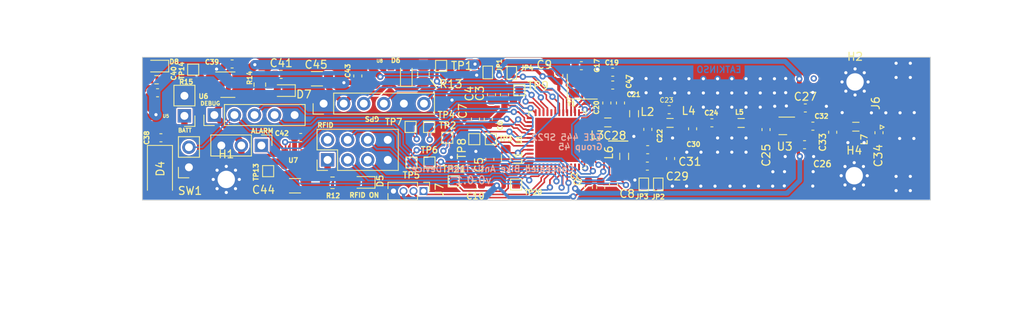
<source format=kicad_pcb>
(kicad_pcb (version 20211014) (generator pcbnew)
  (layers (0 "F.Cu" signal) (31 "B.Cu" signal) (34 "B.Paste" user) (35 "F.Paste" user) (36 "B.SilkS" user "B.Silkscreen") (37 "F.SilkS" user "F.Silkscreen") (38 "B.Mask" user) (39 "F.Mask" user) (44 "Edge.Cuts" user))
  (net 0 "")
  (net 2 "+3V3")
  (net 3 "GND")
  (net 4 "Net-(C5-Pad1)")
  (net 5 "NRST")
  (net 6 "Net-(C17-Pad2)")
  (net 7 "Net-(C19-Pad2)")
  (net 8 "Net-(C20-Pad1)")
  (net 9 "Net-(C22-Pad1)")
  (net 10 "Net-(C23-Pad2)")
  (net 11 "Net-(C24-Pad2)")
  (net 12 "RFSW_VC1")
  (net 13 "RFSW_VC2")
  (net 14 "Net-(C28-Pad1)")
  (net 15 "Net-(C29-Pad1)")
  (net 16 "Net-(C29-Pad2)")
  (net 17 "Net-(C32-Pad1)")
  (net 18 "Net-(C32-Pad2)")
  (net 19 "Net-(C34-Pad1)")
  (net 20 "+3V3_RFID")
  (net 21 "Net-(C38-Pad1)")
  (net 22 "+5V")
  (net 23 "+5V_GPS")
  (net 24 "Net-(D4-Pad2)")
  (net 25 "Net-(D5-Pad2)")
  (net 26 "Net-(D6-Pad2)")
  (net 27 "Net-(D7-Pad2)")
  (net 28 "Net-(D8-Pad2)")
  (net 29 "ALARM_ON")
  (net 30 "RFID_LED")
  (net 31 "RFID_DATA0")
  (net 32 "RFID_DATA1")
  (net 33 "RFID_NRST")
  (net 34 "RFID_TAG_IN_RANGE")
  (net 35 "GPS_STATE")
  (net 36 "DEBUG_JTMS_SWDIO")
  (net 37 "DEBUG_JTCK_SWCLK")
  (net 38 "Net-(C47-Pad1)")
  (net 39 "Net-(JP2-Pad1)")
  (net 40 "Net-(L1-Pad2)")
  (net 41 "Net-(C25-Pad1)")
  (net 42 "I2C1_SCL")
  (net 43 "I2C1_SDA")
  (net 44 "Net-(TP1-Pad1)")
  (net 45 "Net-(L3-Pad1)")
  (net 46 "DBUG_JTDO_SWO")
  (net 47 "DEBUG_JTRST")
  (net 48 "GPS_~{PWR}")
  (net 49 "RFID_~{PWR}")
  (net 50 "Net-(TP2-Pad1)")
  (net 51 "Net-(TP4-Pad1)")
  (net 52 "Net-(TP5-Pad1)")
  (net 53 "Net-(TP6-Pad1)")
  (net 54 "Net-(TP7-Pad1)")
  (net 56 "DEBUG_JTDI")
  (net 61 "USART1_TX")
  (net 62 "USART1_RX")
  (footprint "Inductor_SMD:L_0805_2012Metric_Pad1.05x1.20mm_HandSolder" (layer "F.Cu") (at 172.992 144.554 -90)
    (fp_text reference "L1")
    (fp_text value "15u")
  )
  (footprint "Connector_PinHeader_1.27mm:PinHeader_1x04_P1.27mm_Vertical" (layer "F.Cu") (at 162.575 148.725 -90)
    (fp_text reference "J7")
    (fp_text value "Conn_01x04_Male")
  )
  (footprint "TestPoint:TestPoint_Pad_1.0x1.0mm" (layer "F.Cu") (at 163.325 145.1)
    (fp_text reference "TP6")
    (fp_text value "TestPoint")
  )
  (footprint "Capacitor_SMD:C_0603_1608Metric" (layer "F.Cu") (at 185.777635 137.57 90)
    (fp_text reference "C20")
    (fp_text value "47n")
  )
  (footprint "Capacitor_SMD:C_0603_1608Metric" (layer "F.Cu") (at 186.625 147.9 -90)
    (fp_text reference "C8")
    (fp_text value "0.1u")
  )
  (footprint "new_footprints:SOT25" (layer "F.Cu") (at 127.725 140.325)
    (fp_text reference "U5")
    (fp_text value "AP7370-50W5-7")
  )
  (footprint "Inductor_SMD:L_0805_2012Metric_Pad1.05x1.20mm_HandSolder" (layer "F.Cu") (at 185.9 140.03)
    (fp_text reference "L3")
    (fp_text value "4.45n")
  )
  (footprint "TestPoint:TestPoint_Pad_1.0x1.0mm" (layer "F.Cu") (at 160.94 140.6)
    (fp_text reference "TP7")
    (fp_text value "TestPoint")
  )
  (footprint "TestPoint:TestPoint_Pad_1.0x1.0mm" (layer "F.Cu") (at 164.8 132.875)
    (fp_text reference "TP1")
    (fp_text value "TestPoint")
  )
  (footprint "Inductor_SMD:L_0805_2012Metric_Pad1.05x1.20mm_HandSolder" (layer "F.Cu") (at 189.23 138.93 -90)
    (fp_text reference "L2")
    (fp_text value "47n")
  )
  (footprint "Capacitor_SMD:C_1206_3216Metric" (layer "F.Cu") (at 149.08 134.5 180)
    (fp_text reference "C45")
    (fp_text value "10u")
  )
  (footprint "Capacitor_SMD:C_0603_1608Metric" (layer "F.Cu") (at 128.9 136.275)
    (fp_text reference "C40")
    (fp_text value "1u")
  )
  (footprint "Capacitor_SMD:C_0603_1608Metric" (layer "F.Cu") (at 154.25 134.15 90)
    (fp_text reference "C43")
    (fp_text value "1u")
  )
  (footprint "Resistor_SMD:R_0805_2012Metric_Pad1.20x1.40mm_HandSolder" (layer "F.Cu") (at 151.05 147.675)
    (fp_text reference "R12")
    (fp_text value "200R")
  )
  (footprint "new_footprints:tinyjumper" (layer "F.Cu") (at 173.75 133.85 -90)
    (fp_text reference "JP4")
    (fp_text value "SolderJumper_2_Open")
  )
  (footprint "Resistor_SMD:R_0603_1608Metric" (layer "F.Cu") (at 128.775 134.625)
    (fp_text reference "R15")
    (fp_text value "200R")
  )
  (footprint "Capacitor_SMD:C_0603_1608Metric" (layer "F.Cu") (at 182.55 132.85 180)
    (fp_text reference "C17")
    (fp_text value "22p")
  )
  (footprint "Capacitor_SMD:C_0603_1608Metric" (layer "F.Cu") (at 171.174259 136.525 90)
    (fp_text reference "C4")
    (fp_text value "100n")
  )
  (footprint "Connector_PinHeader_2.54mm:PinHeader_1x02_P2.54mm_Vertical" (layer "F.Cu") (at 132.3 139.2 180)
    (fp_text reference "J8" hide)
    (fp_text value "BATT")
  )
  (footprint "Package_DFN_QFN:DFN-6-1EP_2x2mm_P0.5mm_EP0.6x1.37mm" (layer "F.Cu") (at 208.56 140.47 180)
    (fp_text reference "U3")
    (fp_text value "SKY13370-374LF")
  )
  (footprint "Capacitor_SMD:C_0603_1608Metric" (layer "F.Cu") (at 170.962 144.694 -90)
    (fp_text reference "C5")
    (fp_text value "470n")
  )
  (footprint "TestPoint:TestPoint_Pad_1.0x1.0mm" (layer "F.Cu") (at 174.3 147.9)
    (fp_text reference "TP20")
    (fp_text value "TestPoint")
  )
  (footprint "Capacitor_SMD:C_0603_1608Metric" (layer "F.Cu") (at 183.45 148.275 -90)
    (fp_text reference "C1")
    (fp_text value "4.7u")
  )
  (footprint "Capacitor_SMD:C_0603_1608Metric" (layer "F.Cu") (at 187.507635 137.57 90)
    (fp_text reference "C21")
    (fp_text value "68p")
  )
  (footprint "Capacitor_SMD:C_0603_1608Metric" (layer "F.Cu") (at 172.824259 136.525 90)
    (fp_text reference "C3")
    (fp_text value "4.7u")
  )
  (footprint "Resistor_SMD:R_0805_2012Metric_Pad1.20x1.40mm_HandSolder" (layer "F.Cu") (at 162.56 133.89 90)
    (fp_text reference "R13")
    (fp_text value "200R")
  )
  (footprint "TestPoint:TestPoint_Pad_1.0x1.0mm" (layer "F.Cu") (at 163.28 140.6)
    (fp_text reference "TP4")
    (fp_text value "TestPoint")
  )
  (footprint "Capacitor_SMD:C_0603_1608Metric" (layer "F.Cu") (at 199.08 140.08)
    (fp_text reference "C24")
    (fp_text value "68p")
  )
  (footprint "TestPoint:TestPoint_Pad_1.0x1.0mm" (layer "F.Cu") (at 142.9 146.2)
    (fp_text reference "TP13")
    (fp_text value "TestPoint")
  )
  (footprint "Capacitor_SMD:C_0603_1608Metric" (layer "F.Cu") (at 186.525 135.3)
    (fp_text reference "C47")
    (fp_text value "1u")
  )
  (footprint "MountingHole:MountingHole_2.2mm_M2_Pad_Via" (layer "F.Cu") (at 137.6 147.25)
    (fp_text reference "H1")
    (fp_text value "MountingHole_Pad")
  )
  (footprint "Capacitor_SMD:C_0603_1608Metric" (layer "F.Cu") (at 190.97 140.91 -90)
    (fp_text reference "C22")
    (fp_text value "0.7p")
  )
  (footprint "Capacitor_SMD:C_0603_1608Metric" (layer "F.Cu") (at 147.02 141.94)
    (fp_text reference "C42")
    (fp_text value "1u")
  )
  (footprint "new_footprints:tinyjumper" (layer "F.Cu") (at 190.4625 147.975 -90)
    (fp_text reference "JP3")
    (fp_text value "SolderJumper_2_Open")
  )
  (footprint "Capacitor_SMD:C_0603_1608Metric" (layer "F.Cu") (at 193.85 144.605 -90)
    (fp_text reference "C31")
    (fp_text value "1p")
  )
  (footprint "Capacitor_SMD:C_0603_1608Metric" (layer "F.Cu") (at 205.935 140.935 -90)
    (fp_text reference "C25")
    (fp_text value "DNP")
  )
  (footprint "Resistor_SMD:R_0805_2012Metric_Pad1.20x1.40mm_HandSolder" (layer "F.Cu") (at 141.85 135.25 -90)
    (fp_text reference "R14")
    (fp_text value "200R")
  )
  (footprint "Capacitor_SMD:C_0603_1608Metric" (layer "F.Cu") (at 138.34 132.63)
    (fp_text reference "C39")
    (fp_text value "1u")
  )
  (footprint "Capacitor_SMD:C_0603_1608Metric" (layer "F.Cu") (at 214.375 141.275 -90)
    (fp_text reference "C33")
    (fp_text value "3.3p")
  )
  (footprint "Package_DFN_QFN:QFN-48-1EP_7x7mm_P0.5mm_EP5.6x5.6mm" (layer "F.Cu") (at 179.51 142.24 90)
    (fp_text reference "U1")
    (fp_text value "STM32WL55_UFQFPN48")
  )
  (footprint "Connector_PinHeader_2.54mm:PinHeader_1x06_P2.54mm_Vertical" (layer "F.Cu") (at 149.925 137.65 90)
    (fp_text reference "J3" hide)
    (fp_text value "GPS_CONN")
  )
  (footprint "TestPoint:TestPoint_Pad_1.0x1.0mm" (layer "F.Cu") (at 161.05 145.125)
    (fp_text reference "TP5")
    (fp_text value "TestPoint")
  )
  (footprint "TestPoint:TestPoint_Pad_1.0x1.0mm" (layer "F.Cu") (at 169 142.15)
    (fp_text reference "TP8")
    (fp_text value "TestPoint")
  )
  (footprint "TestPoint:TestPoint_Pad_1.0x1.0mm" (layer "F.Cu") (at 166.4 147.49)
    (fp_text reference "TP21")
    (fp_text value "TestPoint")
  )
  (footprint "Capacitor_SMD:C_0603_1608Metric" (layer "F.Cu") (at 169.15 139.6 90)
    (fp_text reference "C7")
    (fp_text value "10n")
  )
  (footprint "Capacitor_SMD:C_0603_1608Metric" (layer "F.Cu") (at 190.91 145.565)
    (fp_text reference "C29")
    (fp_text value "3p")
  )
  (footprint "Capacitor_SMD:C_0603_1608Metric" (layer "F.Cu") (at 196.64 140.84 -90)
    (fp_text reference "C30")
    (fp_text value "5.1p")
  )
  (footprint "Capacitor_SMD:C_0603_1608Metric" (layer "F.Cu") (at 169.133217 147.925 180)
    (fp_text reference "C10")
    (fp_text value "4.7u")
  )
  (footprint "Connector_PinHeader_2.54mm:PinHeader_2x04_P2.54mm_Vertical" (layer "F.Cu") (at 150.425 144.775 90)
    (fp_text reference "J2" hide)
    (fp_text value "RFID_CONN")
  )
  (footprint "new_footprints:SOT25" (layer "F.Cu") (at 158.45 135.17 90)
    (fp_text reference "U8")
    (fp_text value "AP22811BW5-7")
  )
  (footprint "new_footprints:tinyjumper" (layer "F.Cu") (at 192.2875 147.975 -90)
    (fp_text reference "JP2")
    (fp_text value "SolderJumper_2_Open")
  )
  (footprint "MountingHole:MountingHole_2.2mm_M2_Pad_Via" (layer "F.Cu") (at 217.205 134.905)
    (fp_text reference "H2")
    (fp_text value "MountingHole_Pad")
  )
  (footprint "Capacitor_SMD:C_0603_1608Metric" (layer "F.Cu") (at 186.525 133.675 180)
    (fp_text reference "C19")
    (fp_text value "22p")
  )
  (footprint "Capacitor_SMD:C_0603_1608Metric" (layer "F.Cu") (at 193.67 138.42)
    (fp_text reference "C23")
    (fp_text value "2p")
  )
  (footprint "Inductor_SMD:L_0805_2012Metric_Pad1.05x1.20mm_HandSolder" (layer "F.Cu") (at 187.975 144.33 -90)
    (fp_text reference "L6")
    (fp_text value "11n")
  )
  (footprint "Capacitor_SMD:C_0603_1608Metric" (layer "F.Cu") (at 144.55 133.95)
    (fp_text reference "C41")
    (fp_text value "1u")
  )
  (footprint "new_footprints:tinyjumper" (layer "F.Cu") (at 170.7 133.8 -90)
    (fp_text reference "JP1")
    (fp_text value "SolderJumper_2_Bridged")
  )
  (footprint "TestPoint:TestPoint_Pad_1.0x1.0mm" (layer "F.Cu") (at 171.1 142.15)
    (fp_text reference "TP3")
    (fp_text value "TestPoint")
  )
  (footprint "new_footprints:SOT25" (layer "F.Cu") (at 147.4 145.7 90)
    (fp_text reference "U7")
    (fp_text value "AP22811BW5-7")
  )
  (footprint "Inductor_SMD:L_0805_2012Metric_Pad1.05x1.20mm_HandSolder" (layer "F.Cu") (at 202.78 140.1)
    (fp_text reference "L5")
    (fp_text value "8.7n")
  )
  (footprint "Capacitor_SMD:C_0603_1608Metric" (layer "F.Cu") (at 170.775 139.625 90)
    (fp_text reference "C6")
    (fp_text value "1u")
  )
  (footprint "Inductor_SMD:L_0805_2012Metric_Pad1.05x1.20mm_HandSolder" (layer "F.Cu") (at 193.78 140.09)
    (fp_text reference "L4")
    (fp_text value "3.6n")
  )
  (footprint "LED_SMD:LED_0603_1608Metric" (layer "F.Cu") (at 160.39 133.98 90)
    (fp_text reference "D6")
    (fp_text value "LED")
  )
  (footprint "Diode_SMD:D_2010_5025Metric" (layer "F.Cu") (at 129.2 146.125 -90)
    (fp_text reference "D4")
    (fp_text value "D")
  )
  (footprint "Capacitor_SMD:C_1206_3216Metric" (layer "F.Cu") (at 146.3 148.05 180)
    (fp_text reference "C44")
    (fp_text value "10u")
  )
  (footprint "LED_SMD:LED_0603_1608Metric" (layer "F.Cu") (at 144.85 136 180)
    (fp_text reference "D7")
    (fp_text value "LED")
  )
  (footprint "Capacitor_SMD:C_0603_1608Metric" (layer "F.Cu") (at 211.865 140.505)
    (fp_text reference "C32")
    (fp_text value "56p")
  )
  (footprint "Capacitor_SMD:C_0603_1608Metric" (layer "F.Cu") (at 220.235 141.335 -90)
    (fp_text reference "C34")
    (fp_text value "3.3p")
  )
  (footprint "MountingHole:MountingHole_2.2mm_M2_Pad_Via" (layer "F.Cu") (at 217.099 146.777)
    (fp_text reference "H4")
    (fp_text value "MountingHole_Pad")
  )
  (footprint "TestPoint:TestPoint_Pad_1.0x1.0mm" (layer "F.Cu") (at 133.41 133.35)
    (fp_text reference "TP14")
    (fp_text value "TestPoint")
  )
  (footprint "Capacitor_SMD:C_0603_1608Metric" (layer "F.Cu") (at 210.812 142.852 180)
    (fp_text reference "C26")
    (fp_text value "1000p")
  )
  (footprint "TestPoint:TestPoint_Pad_1.0x1.0mm" (layer "F.Cu") (at 165.575 141.975)
    (fp_text reference "TP2")
    (fp_text value "TestPoint")
  )
  (footprint "Oscillator:Oscillator_SMD_Abracon_ASE-4Pin_3.2x2.5mm" (layer "F.Cu") (at 182.675 135.5)
    (fp_text reference "Y1")
    (fp_text value "Crystal_GND24")
  )
  (footprint "Inductor_SMD:L_0805_2012Metric_Pad1.05x1.20mm_HandSolder" (layer "F.Cu") (at 217.305 140.575)
    (fp_text reference "L7")
    (fp_text value "9.1n")
  )
  (footprint "Package_TO_SOT_SMD:SOT-23-5_HandSoldering" (layer "F.Cu") (at 137.8 135.25)
    (fp_text reference "U6")
    (fp_text value "S-1135A33-M5T1U")
  )
  (footprint "TestPoint:TestPoint_Pad_1.0x1.0mm" (layer "F.Cu") (at 174.7 135.95)
    (fp_text reference "TP9")
    (fp_text value "TestPoint")
  )
  (footprint "LED_SMD:LED_0603_1608Metric" (layer "F.Cu") (at 128.825 132.9 180)
    (fp_text reference "D8")
    (fp_text value "LED")
  )
  (footprint "LED_SMD:LED_0603_1608Metric" (layer "F.Cu") (at 154.95 147.625 180)
    (fp_text reference "D5")
    (fp_text value "LED")
  )
  (footprint "Capacitor_SMD:C_0603_1608Metric" (layer "F.Cu") (at 190.95 143.485)
    (fp_text reference "C28")
    (fp_text value "4.7p")
  )
  (footprint "Connector_PinHeader_2.54mm:PinHeader_1x03_P2.54mm_Vertical" (layer "F.Cu") (at 142.05 142.95 -90)
    (fp_text reference "J1" hide)
    (fp_text value "ALARM")
  )
  (footprint "Connector_PinSocket_2.54mm:PinSocket_1x02_P2.54mm_Vertical" (layer "F.Cu") (at 132.87 145.71 180)
    (fp_text reference "SW1")
    (fp_text value "SW_Push")
  )
  (footprint "Connector_Coaxial:SMA_Amphenol_132289_EdgeMount" (layer "F.Cu") (at 224.1 140.625)
    (fp_text reference "J6")
    (fp_text value "ANTENNA2")
  )
  (footprint "Capacitor_SMD:C_0603_1608Metric" (layer "F.Cu") (at 129.325 141.975)
    (fp_text reference "C38")
    (fp_text value "1u")
  )
  (footprint "Connector_PinHeader_2.54mm:PinHeader_1x05_P2.54mm_Vertical" (layer "F.Cu") (at 136.093745 139.096248 90)
    (fp_text reference "J5" hide)
    (fp_text value "DEBUG")
  )
  (footprint "Capacitor_SMD:C_0603_1608Metric" (layer "F.Cu") (at 185 148.275 -90)
    (fp_text reference "C2")
    (fp_text value "100n")
  )
  (footprint "Capacitor_SMD:C_0603_1608Metric" (layer "F.Cu") (at 210.91 138.2)
    (fp_text reference "C27")
    (fp_text value "1000p")
  )
  (footprint "Capacitor_SMD:C_0603_1608Metric" (layer "F.Cu") (at 179.7 134.075 90)
    (fp_text reference "C9")
    (fp_text value "4.7u")
  )
  (gr_line (start 186 142.38) (end 188.44 142.39) (layer "F.SilkS") (width 0.15))
  (gr_line (start 163.48 134.63) (end 164.24 135.66) (layer "F.SilkS") (width 0.15))
  (gr_rect (start 126.975 131.775) (end 226.75 149.875) (layer "Edge.Cuts") (width 0.1) (fill none))
  (gr_text "EATKINSO" (at 199.975 133.35) (layer "B.Cu") (effects (font (size 0.8 0.8)) (justify mirror)))
  (gr_text "Group 45\n" (at 182.43 143.12) (layer "B.SilkS") (effects (font (size 0.8 0.8)) (justify mirror)))
  (gr_text "Concealed Bike Anti-Theft Device" (at 171.33 145.91) (layer "B.SilkS") (effects (font (size 0.8 0.8)) (justify mirror)))
  (gr_text "ECE 445 SP22" (at 180.65 141.92) (layer "B.SilkS") (effects (font (size 0.8 0.8)) (justify mirror)))
  (gr_text "v0.0.1\n" (at 168.9 147.33) (layer "B.SilkS") (effects (font (size 1 1)) (justify mirror)))
  (gr_text "BATT" (at 132.36 141.04) (layer "F.SilkS") (effects (font (size 0.5 0.5) (thickness 0.125))))
  (gr_text "GPS" (at 156.05 139.58 180) (layer "F.SilkS") (effects (font (size 0.6 0.6))))
  (gr_text "DEBUG" (at 135.57 137.63) (layer "F.SilkS") (effects (font (size 0.5 0.5) (thickness 0.125))))
  (gr_text "RFID\n" (at 150.16 140.39) (layer "F.SilkS") (effects (font (size 0.6 0.6))))
  (gr_text "ALARM\n" (at 142.15 141.12) (layer "F.SilkS") (effects (font (size 0.6 0.6))))
  (gr_text "RFID ON" (at 155.07 149.24) (layer "F.SilkS") (effects (font (size 0.6 0.6))))
  (via (at 211.975 134.465) (size 0.8) (drill 0.4) (layers "F.Cu" "B.Cu") (net 0))
  (segment (start 171.75 147.925) (end 171.85 148.025) (width 0.4) (layer "F.Cu") (net 2))
  (segment (start 174.99952 138.534514) (end 175.887506 139.4225) (width 0.2) (layer "F.Cu") (net 2))
  (segment (start 170.475 144.675) (end 174.859994 144.675) (width 0.2) (layer "F.Cu") (net 2))
  (segment (start 187.12452 147.87452) (end 188.225 148.975) (width 0.2) (layer "F.Cu") (net 2))
  (segment (start 185 147.5) (end 185.37452 147.87452) (width 0.2) (layer "F.Cu") (net 2))
  (segment (start 174.45 140.749031) (end 175.016959 141.31599) (width 0.2) (layer "F.Cu") (net 2))
  (segment (start 167.5 141.125) (end 167.5 141.8) (width 1.45) (layer "F.Cu") (net 2))
  (segment (start 174.859994 144.675) (end 175.544994 143.99) (width 0.2) (layer "F.Cu") (net 2))
  (segment (start 177.314004 132.45048) (end 169.28952 132.45048) (width 0.8) (layer "F.Cu") (net 2))
  (segment (start 175.558021 141.49) (end 176.0725 141.49) (width 0.2) (layer "F.Cu") (net 2))
  (segment (start 181.764259 149.4) (end 183.45 147.71426) (width 0.2) (layer "F.Cu") (net 2))
  (segment (start 181.525 149.4) (end 181.764259 149.4) (width 0.2) (layer "F.Cu") (net 2))
  (segment (start 173.650489 140.400489) (end 173.999031 140.749031) (width 0.2) (layer "F.Cu") (net 2))
  (segment (start 146.245 144.355) (end 146.245 141.94) (width 0.6) (layer "F.Cu") (net 2))
  (segment (start 168.25 140.375) (end 169.15 140.375) (width 0.8) (layer "F.Cu") (net 2))
  (segment (start 188.225 148.975) (end 191.5875 148.975) (width 0.2) (layer "F.Cu") (net 2))
  (segment (start 174.709636 138.255371) (end 174.988779 138.534514) (width 0.2) (layer "F.Cu") (net 2))
  (segment (start 178.675 133.811477) (end 178.675 134.175) (width 0.8) (layer "F.Cu") (net 2))
  (segment (start 176.0725 139.49) (end 176.0725 139.4225) (width 0.2) (layer "F.Cu") (net 2))
  (segment (start 173.424748 137.900489) (end 174.189748 137.900489) (width 0.2) (layer "F.Cu") (net 2))
  (segment (start 175.544994 143.99) (end 176.0725 143.99) (width 0.2) (layer "F.Cu") (net 2))
  (segment (start 181.76 145.6775) (end 181.76 146.535) (width 0.2) (layer "F.Cu") (net 2))
  (segment (start 168.658217 146.675) (end 169.908217 147.925) (width 0.6) (layer "F.Cu") (net 2))
  (segment (start 175.384011 141.31599) (end 175.558021 141.49) (width 0.2) (layer "F.Cu") (net 2))
  (segment (start 169.908217 147.925) (end 171.75 147.925) (width 0.4) (layer "F.Cu") (net 2))
  (segment (start 168.37 132.65) (end 169.09 132.65) (width 1.2) (layer "F.Cu") (net 2))
  (segment (start 172.824259 138.441788) (end 170.866047 140.4) (width 0.8) (layer "F.Cu") (net 2))
  (segment (start 142.9 146.2) (end 142.9 145) (width 0.8) (layer "F.Cu") (net 2))
  (segment (start 169.09 132.74) (end 169.09 132.65) (width 0.2) (layer "F.Cu") (net 2))
  (segment (start 174.189748 137.900489) (end 174.54463 138.255371) (width 0.2) (layer "F.Cu") (net 2))
  (segment (start 167.5 145.516783) (end 168.658217 146.675) (width 0.8) (layer "F.Cu") (net 2))
  (segment (start 139.51 142.512503) (end 136.093745 139.096248) (width 0.8) (layer "F.Cu") (net 2))
  (segment (start 165.275 139.1) (end 165.475 139.1) (width 1.45) (layer "F.Cu") (net 2))
  (segment (start 143.425 134.3) (end 143.775 133.95) (width 0.6) (layer "F.Cu") (net 2))
  (segment (start 180.68452 136.994514) (end 180.68452 138.72702) (width 0.2) (layer "F.Cu") (net 2))
  (segment (start 179.725 136.034994) (end 180.68452 136.994514) (width 0.2) (layer "F.Cu") (net 2))
  (segment (start 182.725 147.5) (end 183.45 147.5) (width 0.2) (layer "F.Cu") (net 2))
  (segment (start 139.15 134.3) (end 143.425 134.3) (width 0.6) (layer "F.Cu") (net 2))
  (segment (start 169.15 140.375) (end 170.75 140.375) (width 0.8) (layer "F.Cu") (net 2))
  (segment (start 173.527121 142.536983) (end 172.313017 142.536983) (width 0.2) (layer "F.Cu") (net 2))
  (segment (start 173.999031 140.749031) (end 174.45 140.749031) (width 0.2) (layer "F.Cu") (net 2))
  (segment (start 171.75 143.1) (end 170.45 143.1) (width 0.2) (layer "F.Cu") (net 2))
  (segment (start 173.980138 142.99) (end 173.527121 142.536983) (width 0.2) (layer "F.Cu") (net 2))
  (segment (start 145 145.6) (end 146.245 144.355) (width 0.6) (layer "F.Cu") (net 2))
  (segment (start 164.675 136.425) (end 164.675 136.345) (width 1.2) (layer "F.Cu") (net 2))
  (segment (start 172.313017 142.536983) (end 171.75 143.1) (width 0.2) (layer "F.Cu") (net 2))
  (segment (start 185.37452 147.87452) (end 187.12452 147.87452) (width 0.2) (layer "F.Cu") (net 2))
  (segment (start 167.5 142.249022) (end 168.251467 143.000489) (width 0.2) (layer "F.Cu") (net 2))
  (segment (start 170.45 143.1) (end 170.18748 143.36252) (width 0.2) (layer "F.Cu") (net 2))
  (segment (start 183.45 147.5) (end 185 147.5) (width 0.2) (layer "F.Cu") (net 2))
  (segment (start 175.887506 139.4225) (end 176.0725 139.4225) (width 0.2) (layer "F.Cu") (net 2))
  (segment (start 176.0725 142.99) (end 173.980138 142.99) (width 0.2) (layer "F.Cu") (net 2))
  (segment (start 164.675 138.5) (end 165.275 139.1) (width 1.45) (layer "F.Cu") (net 2))
  (segment (start 180.68452 138.72702) (end 180.76 138.8025) (width 0.2) (layer "F.Cu") (net 2))
  (segment (start 181.76 146.535) (end 182.725 147.5) (width 0.2) (layer "F.Cu") (net 2))
  (segment (start 139.51 144.152081) (end 140.352919 144.995) (width 0.8) (layer "F.Cu") (net 2))
  (segment (start 164.675 136.345) (end 168.37 132.65) (width 1.2) (layer "F.Cu") (net 2))
  (segment (start 167.5 141.125) (end 168.25 140.375) (width 0.8) (layer "F.Cu") (net 2))
  (segment (start 172.824259 137.3) (end 172.824259 138.441788) (width 0.8) (layer "F.Cu") (net 2))
  (segment (start 140.352919 144.995) (end 142.895 144.995) (width 0.8) (layer "F.Cu") (net 2))
  (segment (start 171.174259 137.3) (end 171.75 137.3) (width 0.4) (layer "F.Cu") (net 2))
  (segment (start 170.866047 140.4) (end 170.775 140.4) (width 0.8) (layer "F.Cu") (net 2))
  (segment (start 175.016959 141.31599) (end 175.384011 141.31599) (width 0.2) (layer "F.Cu") (net 2))
  (segment (start 174.988779 138.534514) (end 174.99952 138.534514) (width 0.2) (layer "F.Cu") (net 2))
  (segment (start 142.895 144.995) (end 144.395 144.995) (width 0.8) (layer "F.Cu") (net 2))
  (segment (start 170.18748 143.36252) (end 170.18748 144.38748) (width 0.2) (layer "F.Cu") (net 2))
  (segment (start 191.5875 148.975) (end 192.2875 148.275) (width 0.2) (layer "F.Cu") (net 2))
  (segment (start 164.675 136.425) (end 164.675 138.5) (width 1.45) (layer "F.Cu") (net 2))
  (segment (start 179.35 134.85) (end 179.7 134.85) (width 0.8) (layer "F.Cu") (net 2))
  (segment (start 173.400489 140.400489) (end 173.650489 140.400489) (width 0.2) (layer "F.Cu") (net 2))
  (segment (start 137.86 135.59) (end 139.15 134.3) (width 0.6) (layer "F.Cu") (net 2))
  (segment (start 167.5 141.8) (end 167.5 142.249022) (width 0.2) (layer "F.Cu") (net 2))
  (segment (start 142.9 145) (end 142.895 144.995) (width 0.8) (layer "F.Cu") (net 2))
  (segment (start 139.639 134.3) (end 141.216 132.723) (width 1.2) (layer "F.Cu") (net 2))
  (segment (start 170.025489 143.000489) (end 170.2875 143.2625) (width 0.2) (layer "F.Cu") (net 2))
  (segment (start 165.475 139.1) (end 167.5 141.125) (width 1.45) (layer "F.Cu") (net 2))
  (segment (start 170.18748 144.38748) (end 170.475 144.675) (width 0.2) (layer "F.Cu") (net 2))
  (segment (start 167.5 141.8) (end 167.5 145.516783) (width 0.8) (layer "F.Cu") (net 2))
  (segment (start 174.54463 138.255371) (end 174.709636 138.255371) (width 0.2) (layer "F.Cu") (net 2))
  (segment (start 144.395 144.995) (end 145 145.6) (width 0.8) (layer "F.Cu") (net 2))
  (segment (start 139.15 134.3) (end 139.639 134.3) (width 1.2) (layer "F.Cu") (net 2))
  (segment (start 169.28952 132.45048) (end 169.09 132.65) (width 0.8) (layer "F.Cu") (net 2))
  (segment (start 137.86 136.894022) (end 137.86 135.59) (width 0.6) (layer "F.Cu") (net 2))
  (segment (start 169.175489 140.400489) (end 173.400489 140.400489) (width 0.4) (layer "F.Cu") (net 2))
  (segment (start 178.675 134.175) (end 179.35 134.85) (width 0.8) (layer "F.Cu") (net 2))
  (segment (start 168.251467 143.000489) (end 170.025489 143.000489) (width 0.2) (layer "F.Cu") (net 2))
  (segment (start 139.51 142.95) (end 139.51 144.152081) (width 0.8) (layer "F.Cu") (net 2))
  (segment (start 170.45 134.1) (end 169.09 132.74) (width 0.2) (layer "F.Cu") (net 2))
  (segment (start 172.824259 137.3) (end 173.424748 137.900489) (width 0.2) (layer "F.Cu") (net 2))
  (segment (start 171.75 137.3) (end 172.824259 137.3) (width 0.8) (layer "F.Cu") (net 2))
  (segment (start 179.7 134.85) (end 179.7 135.868572) (width 0.4) (layer "F.Cu") (net 2))
  (segment (start 177.314004 132.45048) (end 178.675 133.811477) (width 0.8) (layer "F.Cu") (net 2))
  (segment (start 136.093745 138.660277) (end 137.86 136.894022) (width 0.6) (layer "F.Cu") (net 2))
  (via (at 141.216 132.723) (size 0.8) (drill 0.4) (layers "F.Cu" "B.Cu") (net 2))
  (via (at 171.85 148.025) (size 0.8) (drill 0.4) (layers "F.Cu" "B.Cu") (net 2))
  (via (at 181.525 149.4) (size 0.8) (drill 0.4) (layers "F.Cu" "B.Cu") (net 2))
  (via (at 169.09 132.65) (size 0.8) (drill 0.4) (layers "F.Cu" "B.Cu") (net 2))
  (segment (start 181.525 149.4) (end 181.17 149.4) (width 0.4) (layer "B.Cu") (net 2))
  (segment (start 171.85 148.025) (end 173.345 149.52) (width 0.4) (layer "B.Cu") (net 2))
  (segment (start 160.035 149.432106) (end 160.252874 149.64998) (width 0.4) (layer "B.Cu") (net 2))
  (segment (start 169.017 132.723) (end 169.09 132.65) (width 1.2) (layer "B.Cu") (net 2))
  (segment (start 173.345 149.52) (end 181.05 149.52) (width 0.4) (layer "B.Cu") (net 2))
  (segment (start 181.17 149.4) (end 181.05 149.52) (width 0.4) (layer "B.Cu") (net 2))
  (segment (start 171.85 148.025) (end 170.42502 149.44998) (width 0.8) (layer "B.Cu") (net 2))
  (segment (start 141.216 132.723) (end 169.017 132.723) (width 1.2) (layer "B.Cu") (net 2))
  (segment (start 160.252874 149.64998) (end 170.22502 149.64998) (width 0.4) (layer "B.Cu") (net 2))
  (segment (start 170.22502 149.64998) (end 171.85 148.025) (width 0.4) (layer "B.Cu") (net 2))
  (segment (start 160.035 148.725) (end 160.035 149.432106) (width 0.4) (layer "B.Cu") (net 2))
  (segment (start 175.675006 144.99) (end 176.0725 144.99) (width 0.2) (layer "F.Cu") (net 3))
  (segment (start 172.15352 146.52852) (end 173.569618 146.52852) (width 0.2) (layer "F.Cu") (net 3))
  (segment (start 171.094 145.469) (end 172.15352 146.52852) (width 0.2) (layer "F.Cu") (net 3))
  (segment (start 128.775 140.325) (end 128.775 140.65) (width 0.2) (layer "F.Cu") (net 3))
  (segment (start 174.025 146.073138) (end 174.591868 146.073138) (width 0.2) (layer "F.Cu") (net 3))
  (segment (start 173.569618 146.52852) (end 174.025 146.073138) (width 0.2) (layer "F.Cu") (net 3))
  (segment (start 174.591868 146.073138) (end 175.675006 144.99) (width 0.2) (layer "F.Cu") (net 3))
  (segment (start 128.775 140.65) (end 130.1 141.975) (width 0.2) (layer "F.Cu") (net 3))
  (via (at 204.975 148.1) (size 0.8) (drill 0.4) (layers "F.Cu" "B.Cu") (net 3))
  (via (at 198 134.5) (size 0.8) (drill 0.4) (layers "F.Cu" "B.Cu") (net 3))
  (via (at 208.425 136.265) (size 0.8) (drill 0.4) (layers "F.Cu" "B.Cu") (net 3))
  (via (at 219.275 138.815) (size 0.8) (drill 0.4) (layers "F.Cu" "B.Cu") (net 3))
  (via (at 222.9 138.815) (size 0.8) (drill 0.4) (layers "F.Cu" "B.Cu") (net 3))
  (via (at 222.4 132.54) (size 0.8) (drill 0.4) (layers "F.Cu" "B.Cu") (net 3))
  (via (at 188.95 136.275) (size 0.8) (drill 0.4) (layers "F.Cu" "B.Cu") (net 3))
  (via (at 208.51 137.95) (size 0.8) (drill 0.4) (layers "F.Cu" "B.Cu") (net 3))
  (via (at 203.4 134.5) (size 0.8) (drill 0.4) (layers "F.Cu" "B.Cu") (net 3))
  (via (at 199.8 142) (size 0.8) (drill 0.4) (layers "F.Cu" "B.Cu") (net 3))
  (via (at 221.1 138.815) (size 0.8) (drill 0.4) (layers "F.Cu" "B.Cu") (net 3))
  (via (at 207 134.5) (size 0.8) (drill 0.4) (layers "F.Cu" "B.Cu") (net 3))
  (via (at 211.85 148.09) (size 0.8) (drill 0.4) (layers "F.Cu" "B.Cu") (net 3))
  (via (at 208.425 134.465) (size 0.8) (drill 0.4) (layers "F.Cu" "B.Cu") (net 3))
  (via (at 199.475 148.1) (size 0.8) (drill 0.4) (layers "F.Cu" "B.Cu") (net 3))
  (via (at 207.035 137.985) (size 0.8) (drill 0.4) (layers "F.Cu" "B.Cu") (net 3))
  (via (at 192.575 136.3) (size 0.8) (drill 0.4) (layers "F.Cu" "B.Cu") (net 3))
  (via (at 208.275 146.265) (size 0.8) (drill 0.4) (layers "F.Cu" "B.Cu") (net 3))
  (via (at 194.375 134.5) (size 0.8) (drill 0.4) (layers "F.Cu" "B.Cu") (net 3))
  (via (at 199.8 143.8) (size 0.8) (drill 0.4) (layers "F.Cu" "B.Cu") (net 3))
  (via (at 198 136.3) (size 0.8) (drill 0.4) (layers "F.Cu" "B.Cu") (net 3))
  (via (at 213.575 137.99) (size 0.8) (drill 0.4) (layers "F.Cu" "B.Cu") (net 3))
  (via (at 201.6 134.5) (size 0.8) (drill 0.4) (layers "F.Cu" "B.Cu") (net 3))
  (via (at 194.1 142) (size 0.8) (drill 0.4) (layers "F.Cu" "B.Cu") (net 3))
  (via (at 201.6 138.1) (size 0.8) (drill 0.4) (layers "F.Cu" "B.Cu") (net 3))
  (via (at 222.4 148.665) (size 0.8) (drill 0.4) (layers "F.Cu" "B.Cu") (net 3))
  (via (at 166.1 144.45) (size 0.8) (drill 0.4) (layers "F.Cu" "B.Cu") (net 3))
  (via (at 224.7 138.79) (size 0.8) (drill 0.4) (layers "F.Cu" "B.Cu") (net 3))
  (via (at 203.175 148.1) (size 0.8) (drill 0.4) (layers "F.Cu" "B.Cu") (net 3))
  (via (at 201.6 142) (size 0.8) (drill 0.4) (layers "F.Cu" "B.Cu") (net 3))
  (via (at 203.4 142) (size 0.8) (drill 0.4) (layers "F.Cu" "B.Cu") (net 3))
  (via (at 199.8 134.5) (size 0.8) (drill 0.4) (layers "F.Cu" "B.Cu") (net 3))
  (via (at 195.9 143.8) (size 0.8) (drill 0.4) (layers "F.Cu" "B.Cu") (net 3))
  (via (at 224.65 142.065) (size 0.8) (drill 0.4) (layers "F.Cu" "B.Cu") (net 3))
  (via (at 196.175 136.3) (size 0.8) (drill 0.4) (layers "F.Cu" "B.Cu") (net 3))
  (via (at 203.4 143.8) (size 0.8) (drill 0.4) (layers "F.Cu" "B.Cu") (net 3))
  (via (at 192.575 134.5) (size 0.8) (drill 0.4) (layers "F.Cu" "B.Cu") (net 3))
  (via (at 201.6 143.8) (size 0.8) (drill 0.4) (layers "F.Cu" "B.Cu") (net 3))
  (via (at 198 138.1) (size 0.8) (drill 0.4) (layers "F.Cu" "B.Cu") (net 3))
  (via (at 169.3 134.05) (size 0.8) (drill 0.4) (layers "F.Cu" "B.Cu") (net 3))
  (via (at 224.2 134.34) (size 0.8) (drill 0.4) (layers "F.Cu" "B.Cu") (net 3))
  (via (at 194.075 148.1) (size 0.8) (drill 0.4) (layers "F.Cu" "B.Cu") (net 3))
  (via (at 206.775 148.1) (size 0.8) (drill 0.4) (layers "F.Cu" "B.Cu") (net 3))
  (via (at 216.3 142.59) (size 0.8) (drill 0.4) (layers "F.Cu" "B.Cu") (net 3))
  (via (at 199.8 138.1) (size 0.8) (drill 0.4) (layers "F.Cu" "B.Cu") (net 3))
  (via (at 203.4 138.1) (size 0.8) (drill 0.4) (layers "F.Cu" "B.Cu") (net 3))
  (via (at 197.7 143.8) (size 0.8) (drill 0.4) (layers "F.Cu" "B.Cu") (net 3))
  (via (at 199.8 136.3) (size 0.8) (drill 0.4) (layers "F.Cu" "B.Cu") (net 3))
  (via (at 208.25 148.065) (size 0.8) (drill 0.4) (layers "F.Cu" "B.Cu") (net 3))
  (via (at 211.9 146.265) (size 0.8) (drill 0.4) (layers "F.Cu" "B.Cu") (net 3))
  (via (at 224.2 132.54) (size 0.8) (drill 0.4) (layers "F.Cu" "B.Cu") (net 3))
  (via (at 207 136.3) (size 0.8) (drill 0.4) (layers "F.Cu" "B.Cu") (net 3))
  (via (at 208.36 144.35) (size 0.8) (drill 0.4) (layers "F.Cu" "B.Cu") (net 3))
  (via (at 188.95 134.475) (size 0.8) (drill 0.4) (layers "F.Cu" "B.Cu") (net 3))
  (via (at 189.2 141.8) (size 0.8) (drill 0.4) (layers "F.Cu" "B.Cu") (net 3))
  (via (at 222.4 134.34) (size 0.8) (drill 0.4) (layers "F.Cu" "B.Cu") (net 3))
  (via (at 224.2 146.865) (size 0.8) (drill 0.4) (layers "F.Cu" "B.Cu") (net 3))
  (via (at 203.4 136.3) (size 0.8) (drill 0.4) (layers "F.Cu" "B.Cu") (net 3))
  (via (at 205.2 136.3) (size 0.8) (drill 0.4) (layers "F.Cu" "B.Cu") (net 3))
  (via (at 218.35 142.59) (size 0.8) (drill 0.4) (layers "F.Cu" "B.Cu") (net 3))
  (via (at 211.96 144.35) (size 0.8) (drill 0.4) (layers "F.Cu" "B.Cu") (net 3))
  (via (at 166.175 137.2) (size 0.8) (drill 0.4) (layers "F.Cu" "B.Cu") (net 3))
  (via (at 184.57 133.29) (size 0.8) (drill 0.4) (layers "F.Cu" "B.Cu") (net 3))
  (via (at 197.675 148.1) (size 0.8) (drill 0.4) (layers "F.Cu" "B.Cu") (net 3))
  (via (at 205.2 138.1) (size 0.8) (drill 0.4) (layers "F.Cu" "B.Cu") (net 3))
  (via (at 222.4 146.865) (size 0.8) (drill 0.4) (layers "F.Cu" "B.Cu") (net 3))
  (via (at 206.8 146.275) (size 0.8) (drill 0.4) (layers "F.Cu" "B.Cu") (net 3))
  (via (at 215.575 138.79) (size 0.8) (drill 0.4) (layers "F.Cu" "B.Cu") (net 3))
  (via (at 194.375 136.3) (size 0.8) (drill 0.4) (layers "F.Cu" "B.Cu") (net 3))
  (via (at 190.75 134.475) (size 0.8) (drill 0.4) (layers "F.Cu" "B.Cu") (net 3))
  (via (at 211.85 136.24) (size 0.8) (drill 0.4) (layers "F.Cu" "B.Cu") (net 3))
  (via (at 201.375 148.1) (size 0.8) (drill 0.4) (layers "F.Cu" "B.Cu") (net 3))
  (via (at 189.325 147.325) (size 0.8) (drill 0.4) (layers "F.Cu" "B.Cu") (net 3))
  (via (at 222.85 142.065) (size 0.8) (drill 0.4) (layers "F.Cu" "B.Cu") (net 3))
  (via (at 196.175 134.5) (size 0.8) (drill 0.4) (layers "F.Cu" "B.Cu") (net 3))
  (via (at 205.2 134.5) (size 0.8) (drill 0.4) (layers "F.Cu" "B.Cu") (net 3))
  (via (at 169.2 143.7) (size 0.8) (drill 0.4) (layers "F.Cu" "B.Cu") (net 3))
  (via (at 201.6 136.3) (size 0.8) (drill 0.4) (layers "F.Cu" "B.Cu") (net 3))
  (via (at 190.75 136.275) (size 0.8) (drill 0.4) (layers "F.Cu" "B.Cu") (net 3))
  (via (at 195.875 148.1) (size 0.8) (drill 0.4) (layers "F.Cu" "B.Cu") (net 3))
  (via (at 224.2 148.665) (size 0.8) (drill 0.4) (layers "F.Cu" "B.Cu") (net 3))
  (segment (start 176.354265 134.25) (end 175.15 134.25) (width 0.2) (layer "F.Cu") (net 4))
  (segment (start 180.26 137.135) (end 179.025 135.9) (width 0.2) (layer "F.Cu") (net 4))
  (segment (start 173.467511 143.879511) (end 174.520489 143.879511) (width 0.2) (layer "F.Cu") (net 4))
  (segment (start 174.859748 143.879511) (end 175.249259 143.49) (width 0.2) (layer "F.Cu") (net 4))
  (segment (start 178.004265 135.9) (end 176.354265 134.25) (width 0.2) (layer "F.Cu") (net 4))
  (segment (start 180.26 138.8025) (end 180.26 137.135) (width 0.2) (layer "F.Cu") (net 4))
  (segment (start 175.15 134.25) (end 173.85 134.25) (width 0.2) (layer "F.Cu") (net 4))
  (segment (start 175.249259 143.49) (end 176.0725 143.49) (width 0.2) (layer "F.Cu") (net 4))
  (segment (start 172.992 143.404) (end 173.467511 143.879511) (width 0.2) (layer "F.Cu") (net 4))
  (segment (start 172.477 143.919) (end 172.992 143.404) (width 0.2) (layer "F.Cu") (net 4))
  (segment (start 174.520489 143.879511) (end 174.859748 143.879511) (width 0.2) (layer "F.Cu") (net 4))
  (segment (start 179.025 135.9) (end 178.004265 135.9) (width 0.2) (layer "F.Cu") (net 4))
  (segment (start 170.962 143.919) (end 172.477 143.919) (width 0.2) (layer "F.Cu") (net 4))
  (via (at 174.520489 143.879511) (size 0.8) (drill 0.4) (layers "F.Cu" "B.Cu") (net 4))
  (via (at 175.15 134.25) (size 0.8) (drill 0.4) (layers "F.Cu" "B.Cu") (net 4))
  (segment (start 178.864259 135.75) (end 179.599511 136.485252) (width 0.2) (layer "B.Cu") (net 4))
  (segment (start 176.710741 134.25) (end 178.210741 135.75) (width 0.2) (layer "B.Cu") (net 4))
  (segment (start 179.599511 136.485252) (end 179.599511 138.800489) (width 0.2) (layer "B.Cu") (net 4))
  (segment (start 178.210741 135.75) (end 178.864259 135.75) (width 0.2) (layer "B.Cu") (net 4))
  (segment (start 174.520489 143.879511) (end 179.599511 138.800489) (width 0.2) (layer "B.Cu") (net 4))
  (segment (start 175.15 134.25) (end 176.710741 134.25) (width 0.2) (layer "B.Cu") (net 4))
  (segment (start 185.727133 144.847868) (end 186.1 145.220734) (width 0.2) (layer "F.Cu") (net 5))
  (segment (start 187.375 147.125) (end 188.2 147.95) (width 0.2) (layer "F.Cu") (net 5))
  (segment (start 183.396973 142.49) (end 185.727133 144.82016) (width 0.2) (layer "F.Cu") (net 5))
  (segment (start 185.727133 144.82016) (end 185.727133 144.847868) (width 0.2) (layer "F.Cu") (net 5))
  (segment (start 182.9475 142.49) (end 183.396973 142.49) (width 0.2) (layer "F.Cu") (net 5))
  (segment (start 186.1 145.220734) (end 186.1 146.6) (width 0.2) (layer "F.Cu") (net 5))
  (segment (start 186.1 146.6) (end 186.625 147.125) (width 0.2) (layer "F.Cu") (net 5))
  (segment (start 186.625 147.125) (end 187.375 147.125) (width 0.2) (layer "F.Cu") (net 5))
  (via (at 188.2 147.95) (size 0.8) (drill 0.4) (layers "F.Cu" "B.Cu") (net 5))
  (segment (start 149.614031 140.685969) (end 146.99 143.31) (width 0.2) (layer "B.Cu") (net 5))
  (segment (start 170.256463 145.598069) (end 165.375 145.598069) (width 0.2) (layer "B.Cu") (net 5))
  (segment (start 173.588535 145.777581) (end 179.481846 145.777581) (width 0.2) (layer "B.Cu") (net 5))
  (segment (start 140.607497 141.07) (end 138.633745 139.096248) (width 0.2) (layer "B.Cu") (net 5))
  (segment (start 143.08 141.77) (end 143.08 141.64) (width 0.2) (layer "B.Cu") (net 5))
  (segment (start 182.03807 147.74807) (end 181.23 146.94) (width 0.2) (layer "B.Cu") (net 5))
  (segment (start 142.51 141.07) (end 140.607497 141.07) (width 0.2) (layer "B.Cu") (net 5))
  (segment (start 173.588535 145.777581) (end 173.085954 145.275) (width 0.2) (layer "B.Cu") (net 5))
  (segment (start 165.19549 145.777579) (end 162.37758 145.77758) (width 0.2) (layer "B.Cu") (net 5))
  (segment (start 165.375 145.598069) (end 165.19549 145.777579) (width 0.2) (layer "B.Cu") (net 5))
  (segment (start 170.579532 145.275) (end 170.256463 145.598069) (width 0.2) (layer "B.Cu") (net 5))
  (segment (start 146.99 143.31) (end 144.62 143.31) (width 0.2) (layer "B.Cu") (net 5))
  (segment (start 181.23 146.94) (end 180.644265 146.94) (width 0.2) (layer "B.Cu") (net 5))
  (segment (start 180.644265 146.94) (end 179.481846 145.777581) (width 0.2) (layer "B.Cu") (net 5))
  (segment (start 158.68663 140.685969) (end 149.614031 140.685969) (width 0.2) (layer "B.Cu") (net 5))
  (segment (start 143.08 141.64) (end 142.51 141.07) (width 0.2) (layer "B.Cu") (net 5))
  (segment (start 134.559993 143.17) (end 138.633745 139.096248) (width 0.2) (layer "B.Cu") (net 5))
  (segment (start 159.594031 142.994031) (end 159.594031 141.59337) (width 0.2) (layer "B.Cu") (net 5))
  (segment (start 159.594031 141.59337) (end 158.68663 140.685969) (width 0.2) (layer "B.Cu") (net 5))
  (segment (start 173.085954 145.275) (end 170.579532 145.275) (width 0.2) (layer "B.Cu") (net 5))
  (segment (start 159.594031 142.994031) (end 162.37758 145.77758) (width 0.2) (layer "B.Cu") (net 5))
  (segment (start 188.2 147.95) (end 187.99807 147.74807) (width 0.2) (layer "B.Cu") (net 5))
  (segment (start 144.62 143.31) (end 143.08 141.77) (width 0.2) (layer "B.Cu") (net 5))
  (segment (start 187.99807 147.74807) (end 182.03807 147.74807) (width 0.2) (layer "B.Cu") (net 5))
  (segment (start 132.87 143.17) (end 134.559993 143.17) (width 0.2) (layer "B.Cu") (net 5))
  (segment (start 181.26 137.791922) (end 181.259039 137.790961) (width 0.2) (layer "F.Cu") (net 6))
  (segment (start 180.675489 133.949511) (end 181.775 132.85) (width 0.2) (layer "F.Cu") (net 6))
  (segment (start 181.625 136.325) (end 180.675489 135.375489) (width 0.2) (layer "F.Cu") (net 6))
  (segment (start 181.26 138.8025) (end 181.26 137.791922) (width 0.2) (layer "F.Cu") (net 6))
  (segment (start 180.675489 135.375489) (end 180.675489 133.949511) (width 0.2) (layer "F.Cu") (net 6))
  (segment (start 181.259039 137.790961) (end 181.259039 138.290961) (width 0.2) (layer "F.Cu") (net 6))
  (segment (start 181.259039 136.690961) (end 181.259039 137.790961) (width 0.2) (layer "F.Cu") (net 6))
  (segment (start 182.67 135.58) (end 182.67 137.16) (width 0.25) (layer "F.Cu") (net 7))
  (segment (start 181.71 137.99) (end 181.71 138.7525) (width 0.25) (layer "F.Cu") (net 7))
  (segment (start 181.71 138.7525) (end 181.76 138.8025) (width 0.25) (layer "F.Cu") (net 7))
  (segment (start 184.75 134.675) (end 185.75 133.675) (width 0.25) (layer "F.Cu") (net 7))
  (segment (start 181.76 138.29) (end 181.76 138.8025) (width 0.2) (layer "F.Cu") (net 7))
  (segment (start 182.78 135.47) (end 182.67 135.58) (width 0.25) (layer "F.Cu") (net 7))
  (segment (start 183.725 134.675) (end 184.75 134.675) (width 0.25) (layer "F.Cu") (net 7))
  (segment (start 182.67 137.16) (end 181.84 137.99) (width 0.25) (layer "F.Cu") (net 7))
  (segment (start 181.84 137.99) (end 181.71 137.99) (width 0.25) (layer "F.Cu") (net 7))
  (segment (start 182.93 135.47) (end 182.78 135.47) (width 0.25) (layer "F.Cu") (net 7))
  (segment (start 183.725 134.675) (end 182.93 135.47) (width 0.25) (layer "F.Cu") (net 7))
  (segment (start 185.777635 138.345) (end 187.507635 138.345) (width 0.8) (layer "F.Cu") (net 8))
  (segment (start 188.665 138.345) (end 189.23 137.78) (width 0.8) (layer "F.Cu") (net 8))
  (segment (start 187.507635 138.345) (end 188.665 138.345) (width 0.8) (layer "F.Cu") (net 8))
  (segment (start 192.895 139.825) (end 192.63 140.09) (width 1.2) (layer "F.Cu") (net 9))
  (segment (start 192.62 140.08) (end 192.63 140.09) (width 1.2) (layer "F.Cu") (net 9))
  (segment (start 192.895 138.42) (end 192.895 139.825) (width 1.2) (layer "F.Cu") (net 9))
  (segment (start 187.05 140.03) (end 189.18 140.03) (width 1.2) (layer "F.Cu") (net 9))
  (segment (start 189.23 140.08) (end 192.62 140.08) (width 1.2) (layer "F.Cu") (net 9))
  (segment (start 189.18 140.03) (end 189.23 140.08) (width 1.2) (layer "F.Cu") (net 9))
  (segment (start 194.445 138.42) (end 194.445 139.605) (width 1.2) (layer "F.Cu") (net 10))
  (segment (start 194.445 139.605) (end 194.93 140.09) (width 1.2) (layer "F.Cu") (net 10))
  (segment (start 198.295 140.09) (end 198.305 140.08) (width 1.2) (layer "F.Cu") (net 10))
  (segment (start 194.93 140.09) (end 198.295 140.09) (width 1.2) (layer "F.Cu") (net 10))
  (segment (start 201.605 140.075) (end 201.63 140.1) (width 1.2) (layer "F.Cu") (net 11))
  (segment (start 200.825 140.075) (end 201.605 140.075) (width 1.2) (layer "F.Cu") (net 11))
  (segment (start 200.82 140.08) (end 200.825 140.075) (width 1.2) (layer "F.Cu") (net 11))
  (segment (start 199.855 140.08) (end 200.82 140.08) (width 1.2) (layer "F.Cu") (net 11))
  (segment (start 181.26 146.735) (end 181.775 147.25) (width 0.2) (layer "F.Cu") (net 12))
  (segment (start 181.775 147.25) (end 181.775 148.4) (width 0.2) (layer "F.Cu") (net 12))
  (segment (start 209.62202 141.09452) (end 209.4975 141.09452) (width 0.6) (layer "F.Cu") (net 12))
  (segment (start 210.037 142.852) (end 210.037 144.152) (width 0.4) (layer "F.Cu") (net 12))
  (segment (start 209.862 141.3345) (end 209.62202 141.09452) (width 0.6) (layer "F.Cu") (net 12))
  (segment (start 181.26 145.6775) (end 181.26 146.735) (width 0.2) (layer "F.Cu") (net 12))
  (segment (start 210.037 144.152) (end 210.21 144.325) (width 0.4) (layer "F.Cu") (net 12))
  (segment (start 209.862 142.852) (end 209.862 141.3345) (width 0.6) (layer "F.Cu") (net 12))
  (via (at 181.775 148.4) (size 0.8) (drill 0.4) (layers "F.Cu" "B.Cu") (net 12))
  (via (at 210.21 144.325) (size 0.8) (drill 0.4) (layers "F.Cu" "B.Cu") (net 12))
  (segment (start 208.597102 148.99) (end 210.21 147.377102) (width 0.6) (layer "B.Cu") (net 12))
  (segment (start 181.775 148.4) (end 182.4 149.025) (width 0.4) (layer "B.Cu") (net 12))
  (segment (start 210.21 147.377102) (end 210.21 144.325) (width 0.6) (layer "B.Cu") (net 12))
  (segment (start 208.471169 148.999511) (end 182.396613 148.999511) (width 0.6) (layer "B.Cu") (net 12))
  (segment (start 181.797102 148.4) (end 181.775 148.4) (width 0.6) (layer "B.Cu") (net 12))
  (segment (start 182.422102 149.025) (end 181.797102 148.4) (width 0.6) (layer "B.Cu") (net 12))
  (segment (start 208.622102 148.99) (end 208.48068 148.99) (width 0.6) (layer "B.Cu") (net 12))
  (segment (start 182.396613 148.999511) (end 182.098551 148.701449) (width 0.6) (layer "B.Cu") (net 12))
  (segment (start 208.48068 148.99) (end 208.471169 148.999511) (width 0.6) (layer "B.Cu") (net 12))
  (segment (start 210.15 134.515) (end 210.15 138.185) (width 0.6) (layer "F.Cu") (net 13))
  (segment (start 179.26 138.180001) (end 178.119511 137.039512) (width 0.2) (layer "F.Cu") (net 13))
  (segment (start 172.67548 134.25) (end 173.37548 134.95) (width 0.2) (layer "F.Cu") (net 13))
  (segment (start 176.489259 134.95) (end 173.37548 134.95) (width 0.2) (layer "F.Cu") (net 13))
  (segment (start 179.26 138.8025) (end 179.26 138.180001) (width 0.2) (layer "F.Cu") (net 13))
  (segment (start 178.119511 136.580252) (end 176.489259 134.95) (width 0.2) (layer "F.Cu") (net 13))
  (segment (start 209.52202 139.94548) (end 209.4975 139.94548) (width 0.4) (layer "F.Cu") (net 13))
  (segment (start 210.135 138.2) (end 210.135 139.3325) (width 0.4) (layer "F.Cu") (net 13))
  (segment (start 210.135 139.3325) (end 209.52202 139.94548) (width 0.4) (layer "F.Cu") (net 13))
  (segment (start 210.15 138.185) (end 210.135 138.2) (width 0.6) (layer "F.Cu") (net 13))
  (segment (start 172.15 134.25) (end 172.67548 134.25) (width 0.2) (layer "F.Cu") (net 13))
  (segment (start 178.119511 137.039512) (end 178.119511 136.580252) (width 0.2) (layer "F.Cu") (net 13))
  (via (at 172.15 134.05) (size 0.8) (drill 0.4) (layers "F.Cu" "B.Cu") (net 13))
  (via (at 210.15 134.515) (size 0.8) (drill 0.4) (layers "F.Cu" "B.Cu") (net 13))
  (segment (start 172.15 133.3) (end 172.15 134.05) (width 0.6) (layer "B.Cu") (net 13))
  (segment (start 210.15 134.515) (end 210.15 134.115) (width 0.6) (layer "B.Cu") (net 13))
  (segment (start 210.15 134.115) (end 208.35 132.315) (width 0.6) (layer "B.Cu") (net 13))
  (segment (start 173.135 132.315) (end 172.15 133.3) (width 0.6) (layer "B.Cu") (net 13))
  (segment (start 208.35 132.315) (end 173.135 132.315) (width 0.6) (layer "B.Cu") (net 13))
  (segment (start 189.735 143.335) (end 189.835 143.435) (width 1.2) (layer "F.Cu") (net 14))
  (segment (start 187.975 143.335) (end 189.735 143.335) (width 1.2) (layer "F.Cu") (net 14))
  (segment (start 189.805 145.635) (end 189.865 145.575) (width 1.2) (layer "F.Cu") (net 15))
  (segment (start 187.975 145.635) (end 189.805 145.635) (width 1.2) (layer "F.Cu") (net 15))
  (segment (start 206.253331 144.148331) (end 207.622028 142.779635) (width 1.72668) (layer "F.Cu") (net 16))
  (segment (start 202.61 145.59) (end 191.71 145.59) (width 1.72668) (layer "F.Cu") (net 16))
  (segment (start 191.71 145.59) (end 191.685 145.565) (width 1.72668) (layer "F.Cu") (net 16))
  (arc (start 207.81 142.325832) (mid 207.761147 142.571428) (end 207.622028 142.779635) (width 1.72668) (layer "F.Cu") (net 16))
  (arc (start 206.368128 144.033331) (mid 204.643884 145.185434) (end 202.61 145.59) (width 1.72668) (layer "F.Cu") (net 16))
  (segment (start 212.64 140.505) (end 214.37 140.505) (width 1.2) (layer "F.Cu") (net 18))
  (segment (start 216.08 140.5) (end 216.155 140.575) (width 1.2) (layer "F.Cu") (net 18))
  (segment (start 214.37 140.505) (end 214.375 140.5) (width 1.2) (layer "F.Cu") (net 18))
  (segment (start 214.375 140.5) (end 216.08 140.5) (width 1.2) (layer "F.Cu") (net 18))
  (segment (start 224.17 140.56) (end 224.225 140.615) (width 1.2) (layer "F.Cu") (net 19))
  (segment (start 220.22 140.575) (end 220.235 140.56) (width 1.2) (layer "F.Cu") (net 19))
  (segment (start 220.235 140.56) (end 224.17 140.56) (width 1.2) (layer "F.Cu") (net 19))
  (segment (start 218.455 140.575) (end 220.22 140.575) (width 1.2) (layer "F.Cu") (net 19))
  (segment (start 150.425 144.775) (end 150.425 147.3) (width 0.8) (layer "F.Cu") (net 20))
  (segment (start 147.775 148.05) (end 149.675 148.05) (width 0.8) (layer "F.Cu") (net 20))
  (segment (start 147.4 145.6) (end 147.4 147.675) (width 0.8) (layer "F.Cu") (net 20))
  (segment (start 147.4 147.675) (end 147.775 148.05) (width 0.8) (layer "F.Cu") (net 20))
  (segment (start 150.425 147.3) (end 150.05 147.675) (width 0.8) (layer "F.Cu") (net 20))
  (segment (start 149.675 148.05) (end 150.05 147.675) (width 0.8) (layer "F.Cu") (net 20))
  (segment (start 127.825 141.25) (end 128.55 141.975) (width 0.8) (layer "F.Cu") (net 21))
  (segment (start 129.2 143.875) (end 129.841047 143.875) (width 0.8) (layer "F.Cu") (net 21))
  (segment (start 128.55 143.225) (end 129.2 143.875) (width 0.8) (layer "F.Cu") (net 21))
  (segment (start 128.55 141.975) (end 128.55 143.225) (width 0.8) (layer "F.Cu") (net 21))
  (segment (start 127.825 140.325) (end 127.825 141.25) (width 0.8) (layer "F.Cu") (net 21))
  (segment (start 128.55 141.975) (end 128.398598 141.975) (width 0.8) (layer "F.Cu") (net 21))
  (segment (start 152.49 135) (end 154.175 135) (width 0.6) (layer "F.Cu") (net 22))
  (segment (start 156.05 135.2) (end 154.525 135.2) (width 0.6) (layer "F.Cu") (net 22))
  (segment (start 133.59 133.35) (end 134.97 134.73) (width 0.6) (layer "F.Cu") (net 22))
  (segment (start 129.6 134.625) (end 128.125 136.1) (width 0.8) (layer "F.Cu") (net 22))
  (segment (start 135.095978 136.2) (end 134.97 136.074022) (width 0.8) (layer "F.Cu") (net 22))
  (segment (start 134.97 134.73) (end 135.4 134.3) (width 0.8) (layer "F.Cu") (net 22))
  (segment (start 136.45 136.2) (end 135.095978 136.2) (width 0.8) (layer "F.Cu") (net 22))
  (segment (start 127.825 137.925) (end 127.825 136.575) (width 0.8) (layer "F.Cu") (net 22))
  (segment (start 136.37 133.28) (end 136.37 134.22) (width 0.8) (layer "F.Cu") (net 22))
  (segment (start 134.97 136.074022) (end 134.97 134.73) (width 0.8) (layer "F.Cu") (net 22))
  (segment (start 128.125 136.1) (end 128.125 136.275) (width 0.8) (layer "F.Cu") (net 22))
  (segment (start 136.915 133.28) (end 137.565 132.63) (width 0.8) (layer "F.Cu") (net 22))
  (segment (start 135.4 134.3) (end 136.45 134.3) (width 0.8) (layer "F.Cu") (net 22))
  (segment (start 127.825 136.575) (end 128.125 136.275) (width 0.8) (layer "F.Cu") (net 22))
  (segment (start 136.37 133.28) (end 136.915 133.28) (width 0.8) (layer "F.Cu") (net 22))
  (segment (start 127.825 138.175) (end 128.7 139.05) (width 0.8) (layer "F.Cu") (net 22))
  (segment (start 154.525 135.2) (end 154.25 134.925) (width 0.6) (layer "F.Cu") (net 22))
  (segment (start 127.825 137.925) (end 127.825 138.175) (width 0.8) (layer "F.Cu") (net 22))
  (segment (start 136.37 134.22) (end 136.45 134.3) (width 0.8) (layer "F.Cu") (net 22))
  (via (at 152.49 135) (size 0.8) (drill 0.4) (layers "F.Cu" "B.Cu") (net 22))
  (via (at 128.7 139.05) (size 0.8) (drill 0.4) (layers "F.Cu" "B.Cu") (net 22))
  (via (at 136.37 133.28) (size 0.8) (drill 0.4) (layers "F.Cu" "B.Cu") (net 22))
  (segment (start 128.535 138.885) (end 128.7 139.05) (width 1.45) (layer "B.Cu") (net 22))
  (segment (start 138.09 135) (end 152.49 135) (width 1.45) (layer "B.Cu") (net 22))
  (segment (start 136.37 133.28) (end 138.09 135) (width 1.45) (layer "B.Cu") (net 22))
  (segment (start 131.08 133.28) (end 136.37 133.28) (width 1.45) (layer "B.Cu") (net 22))
  (segment (start 128.26 136.1) (end 131.08 133.28) (width 1.45) (layer "B.Cu") (net 22))
  (segment (start 128.535 136.125) (end 128.535 138.885) (width 1.45) (layer "B.Cu") (net 22))
  (segment (start 156.875 136.275) (end 153.84 136.275) (width 0.6) (layer "F.Cu") (net 23))
  (segment (start 150.555 135.74) (end 152.465 137.65) (width 0.6) (layer "F.Cu") (net 23))
  (segment (start 153.84 136.275) (end 152.465 137.65) (width 0.6) (layer "F.Cu") (net 23))
  (segment (start 158.45 135.07) (end 159.18452 135.80452) (width 0.4) (layer "F.Cu") (net 23))
  (segment (start 150.555 134.5) (end 150.555 135.74) (width 0.6) (layer "F.Cu") (net 23))
  (segment (start 157.95 135.2) (end 157.0625 136.0875) (width 0.6) (layer "F.Cu") (net 23))
  (segment (start 157.0625 136.0875) (end 156.875 136.275) (width 0.6) (layer "F.Cu") (net 23))
  (segment (start 159.18452 135.80452) (end 161.64548 135.80452) (width 0.4) (layer "F.Cu") (net 23))
  (segment (start 158.45 135.2) (end 157.95 135.2) (width 0.6) (layer "F.Cu") (net 23))
  (segment (start 161.64548 135.80452) (end 162.56 134.89) (width 0.4) (layer "F.Cu") (net 23))
  (segment (start 132.3 141.416046) (end 131.745523 141.970523) (width 0.8) (layer "F.Cu") (net 24))
  (segment (start 131.420489 146.154511) (end 129.2 148.375) (width 0.8) (layer "F.Cu") (net 24))
  (segment (start 132.3 139.2) (end 132.3 141.416046) (width 0.8) (layer "F.Cu") (net 24))
  (segment (start 131.420489 142.295558) (end 131.420489 146.154511) (width 0.8) (layer "F.Cu") (net 24))
  (segment (start 132.1 141.616047) (end 131.420489 142.295558) (width 0.8) (layer "F.Cu") (net 24))
  (segment (start 131.745523 141.970523) (end 131.420489 142.295558) (width 0.6) (layer "F.Cu") (net 24))
  (segment (start 152.05 147.675) (end 153.9625 147.675) (width 0.8) (layer "F.Cu") (net 25))
  (segment (start 160.39 133.0425) (end 162.4075 133.0425) (width 0.4) (layer "F.Cu") (net 26))
  (segment (start 143.6625 136.25) (end 143.9125 136) (width 0.6) (layer "F.Cu") (net 27))
  (segment (start 141.85 136.25) (end 143.6625 136.25) (width 0.6) (layer "F.Cu") (net 27))
  (segment (start 128.0375 132.9) (end 128.0375 134.5375) (width 0.8) (layer "F.Cu") (net 28))
  (segment (start 128.0375 134.5375) (end 127.95 134.625) (width 0.8) (layer "F.Cu") (net 28))
  (segment (start 180.76 147.335) (end 180.925 147.5) (width 0.2) (layer "F.Cu") (net 29))
  (segment (start 180.76 145.6775) (end 180.76 147.335) (width 0.2) (layer "F.Cu") (net 29))
  (via (at 180.925 147.68) (size 0.8) (drill 0.4) (layers "F.Cu" "B.Cu") (net 29))
  (segment (start 180.925 148.80048) (end 180.925 147.5) (width 0.2) (layer "B.Cu") (net 29))
  (segment (start 146.87518 147.77518) (end 166.2504 147.77518) (width 0.2) (layer "B.Cu") (net 29))
  (segment (start 175.824511 148.899511) (end 175.824511 148.924511) (width 0.2) (layer "B.Cu") (net 29))
  (segment (start 142.05 142.95) (end 146.87518 147.77518) (width 0.2) (layer "B.Cu") (net 29))
  (segment (start 172.242977 147.282023) (end 172.736132 147.775178) (width 0.2) (layer "B.Cu") (net 29))
  (segment (start 180.725 149.00048) (end 180.925 148.80048) (width 0.2) (layer "B.Cu") (net 29))
  (segment (start 171.253953 147.600579) (end 171.554532 147.3) (width 0.2) (layer "B.Cu") (net 29))
  (segment (start 172.225 147.3) (end 172.242977 147.282023) (width 0.2) (layer "B.Cu") (net 29))
  (segment (start 171.554532 147.3) (end 172.225 147.3) (width 0.2) (layer "B.Cu") (net 29))
  (segment (start 166.425 147.60058) (end 171.253953 147.600579) (width 0.2) (layer "B.Cu") (net 29))
  (segment (start 174.700178 147.775178) (end 175.824511 148.899511) (width 0.2) (layer "B.Cu") (net 29))
  (segment (start 172.736132 147.775178) (end 174.700178 147.775178) (width 0.2) (layer "B.Cu") (net 29))
  (segment (start 175.824511 148.924511) (end 175.90048 149.00048) (width 0.2) (layer "B.Cu") (net 29))
  (segment (start 166.2504 147.77518) (end 166.425 147.60058) (width 0.2) (layer "B.Cu") (net 29))
  (segment (start 175.90048 149.00048) (end 180.725 149.00048) (width 0.2) (layer "B.Cu") (net 29))
  (segment (start 176.404748 137.525489) (end 175.89 137.525489) (width 0.2) (layer "F.Cu") (net 31))
  (segment (start 177.26 138.8025) (end 177.26 138.35) (width 0.2) (layer "F.Cu") (net 31))
  (segment (start 175.49 137.38) (end 175.744511 137.38) (width 0.2) (layer "F.Cu") (net 31))
  (segment (start 177.26 138.35) (end 176.45537 137.54537) (width 0.2) (layer "F.Cu") (net 31))
  (segment (start 176.45537 137.54537) (end 176.424629 137.54537) (width 0.2) (layer "F.Cu") (net 31))
  (segment (start 176.424629 137.54537) (end 176.404748 137.525489) (width 0.2) (layer "F.Cu") (net 31))
  (segment (start 175.744511 137.38) (end 175.89 137.525489) (width 0.2) (layer "F.Cu") (net 31))
  (via (at 175.49 137.38) (size 0.8) (drill 0.4) (layers "F.Cu" "B.Cu") (net 31))
  (segment (start 162.625 137.65) (end 163.86692 136.40808) (width 0.2) (layer "B.Cu") (net 31))
  (segment (start 175.30808 136.40808) (end 175.49 136.59) (width 0.2) (layer "B.Cu") (net 31))
  (segment (start 175.49 136.59) (end 175.49 137.38) (width 0.2) (layer "B.Cu") (net 31))
  (segment (start 163.86692 136.40808) (end 175.30808 136.40808) (width 0.2) (layer "B.Cu") (net 31))
  (segment (start 180.18452 146.78548) (end 180.27 146.7) (width 0.2) (layer "F.Cu") (net 32))
  (segment (start 180.05 148.28) (end 180.225489 148.104511) (width 0.2) (layer "F.Cu") (net 32))
  (segment (start 180.27 146.7) (end 180.27 145.6875) (width 0.2) (layer "F.Cu") (net 32))
  (segment (start 180.18452 148.14548) (end 180.18452 146.78548) (width 0.2) (layer "F.Cu") (net 32))
  (via (at 180.05 148.28) (size 0.8) (drill 0.4) (layers "F.Cu" "B.Cu") (net 32))
  (segment (start 172.920468 145.67452) (end 173.423049 146.177101) (width 0.2) (layer "B.Cu") (net 32))
  (segment (start 173.423049 146.177101) (end 179.31636 146.177101) (width 0.2) (layer "B.Cu") (net 32))
  (segment (start 154.114511 141.085489) (end 158.521144 141.085489) (width 0.2) (layer "B.Cu") (net 32))
  (segment (start 158.521144 141.085489) (end 159.194511 141.758856) (width 0.2) (layer "B.Cu") (net 32))
  (segment (start 162.212094 146.1771) (end 165.47049 146.177099) (width 0.2) (layer "B.Cu") (net 32))
  (segment (start 159.194511 141.758856) (end 159.194511 143.159517) (width 0.2) (layer "B.Cu") (net 32))
  (segment (start 159.194511 143.159517) (end 162.212094 146.1771) (width 0.2) (layer "B.Cu") (net 32))
  (segment (start 180.099511 146.960251) (end 180.099511 148.230489) (width 0.2) (layer "B.Cu") (net 32))
  (segment (start 180.099511 148.230489) (end 180.05 148.28) (width 0.2) (layer "B.Cu") (net 32))
  (segment (start 165.65 145.997589) (end 170.42195 145.997588) (width 0.2) (layer "B.Cu") (net 32))
  (segment (start 170.745018 145.67452) (end 172.920468 145.67452) (width 0.2) (layer "B.Cu") (net 32))
  (segment (start 165.47049 146.177099) (end 165.65 145.997589) (width 0.2) (layer "B.Cu") (net 32))
  (segment (start 170.42195 145.997588) (end 170.745018 145.67452) (width 0.2) (layer "B.Cu") (net 32))
  (segment (start 179.31636 146.177101) (end 180.099511 146.960252) (width 0.2) (layer "B.Cu") (net 32))
  (segment (start 152.965 142.235) (end 154.114511 141.085489) (width 0.2) (layer "B.Cu") (net 32))
  (segment (start 175.95 147.1) (end 175.95 147.35) (width 0.2) (layer "F.Cu") (net 33))
  (segment (start 177.76 145.6775) (end 177.76 146.191979) (width 0.2) (layer "F.Cu") (net 33))
  (segment (start 177.101979 146.85) (end 176.2 146.85) (width 0.2) (layer "F.Cu") (net 33))
  (segment (start 176.2 146.85) (end 175.95 147.1) (width 0.2) (layer "F.Cu") (net 33))
  (segment (start 177.76 146.191979) (end 177.101979 146.85) (width 0.2) (layer "F.Cu") (net 33))
  (via (at 175.95 147.35) (size 0.8) (drill 0.4) (layers "F.Cu" "B.Cu") (net 33))
  (segment (start 170.927894 146.796626) (end 167.728373 146.796627) (width 0.2) (layer "B.Cu") (net 33))
  (segment (start 175.57614 146.97614) (end 173.092076 146.97614) (width 0.2) (layer "B.Cu") (net 33))
  (segment (start 175.57614 146.97614) (end 175.95 147.35) (width 0.2) (layer "B.Cu") (net 33))
  (segment (start 166.012115 146.8) (end 165.835976 146.976139) (width 0.2) (layer "B.Cu") (net 33))
  (segment (start 157.706141 146.976141) (end 160.598859 146.976141) (width 0.2) (layer "B.Cu") (net 33))
  (segment (start 167.728373 146.796627) (end 167.725 146.8) (width 0.2) (layer "B.Cu") (net 33))
  (segment (start 157.706141 146.976141) (end 155.505 144.775) (width 0.2) (layer "B.Cu") (net 33))
  (segment (start 173.092076 146.97614) (end 172.590456 146.47452) (width 0.2) (layer "B.Cu") (net 33))
  (segment (start 160.598859 146.976141) (end 160.598861 146.976139) (width 0.2) (layer "B.Cu") (net 33))
  (segment (start 172.590456 146.47452) (end 171.25 146.47452) (width 0.2) (layer "B.Cu") (net 33))
  (segment (start 165.835976 146.976139) (end 160.598861 146.976139) (width 0.2) (layer "B.Cu") (net 33))
  (segment (start 167.725 146.8) (end 166.012115 146.8) (width 0.2) (layer "B.Cu") (net 33))
  (segment (start 171.25 146.47452) (end 170.927894 146.796626) (width 0.2) (layer "B.Cu") (net 33))
  (segment (start 179.76 145.6775) (end 179.76 146.74) (width 0.2) (layer "F.Cu") (net 34))
  (segment (start 179.76 146.74) (end 179.4 147.1) (width 0.2) (layer "F.Cu") (net 34))
  (segment (start 179.4 147.1) (end 179.4 147.475) (width 0.2) (layer "F.Cu") (net 34))
  (via (at 179.4 147.475) (size 0.8) (drill 0.4) (layers "F.Cu" "B.Cu") (net 34))
  (segment (start 165.670489 146.576619) (end 165.85 146.397109) (width 0.2) (layer "B.Cu") (net 34))
  (segment (start 155.505 142.235) (end 156.654511 143.384511) (width 0.2) (layer "B.Cu") (net 34))
  (segment (start 179.4 147) (end 179.4 147.475) (width 0.2) (layer "B.Cu") (net 34))
  (segment (start 156.654511 143.384511) (end 158.280166 143.384511) (width 0.2) (layer "B.Cu") (net 34))
  (segment (start 178.976621 146.576621) (end 179.4 147) (width 0.2) (layer "B.Cu") (net 34))
  (segment (start 165.85 146.397109) (end 170.587437 146.397107) (width 0.2) (layer "B.Cu") (net 34))
  (segment (start 161.472274 146.576619) (end 165.670489 146.576619) (width 0.2) (layer "B.Cu") (net 34))
  (segment (start 158.280166 143.384511) (end 161.472274 146.576619) (width 0.2) (layer "B.Cu") (net 34))
  (segment (start 173.257562 146.57662) (end 178.976621 146.576621) (width 0.2) (layer "B.Cu") (net 34))
  (segment (start 170.909544 146.075) (end 172.755942 146.075) (width 0.2) (layer "B.Cu") (net 34))
  (segment (start 170.587437 146.397107) (end 170.909544 146.075) (width 0.2) (layer "B.Cu") (net 34))
  (segment (start 172.755942 146.075) (end 173.257562 146.57662) (width 0.2) (layer "B.Cu") (net 34))
  (segment (start 176.25 136.774994) (end 177.76 138.284994) (width 0.2) (layer "F.Cu") (net 35))
  (segment (start 176.25 136.55) (end 176.25 136.774994) (width 0.2) (layer "F.Cu") (net 35))
  (segment (start 177.76 138.284994) (end 177.76 138.8025) (width 0.2) (layer "F.Cu") (net 35))
  (via (at 176.25 136.55) (size 0.8) (drill 0.4) (layers "F.Cu" "B.Cu") (net 35))
  (segment (start 176.25 136.55) (end 175.70856 136.00856) (width 0.2) (layer "B.Cu") (net 35))
  (segment (start 175.70856 136.00856) (end 159.18644 136.00856) (width 0.2) (layer "B.Cu") (net 35))
  (segment (start 159.18644 136.00856) (end 157.545 137.65) (width 0.2) (layer "B.Cu") (net 35))
  (segment (start 174.7 137.669988) (end 174.7 135.95) (width 0.2) (layer "F.Cu") (net 36))
  (segment (start 176.6925 138.8025) (end 176.115 138.225) (width 0.2) (layer "F.Cu") (net 36))
  (segment (start 175.255012 138.225) (end 174.7 137.669988) (width 0.2) (layer "F.Cu") (net 36))
  (segment (start 176.76 138.8025) (end 176.6925 138.8025) (width 0.2) (layer "F.Cu") (net 36))
  (segment (start 176.115 138.225) (end 175.255012 138.225) (width 0.2) (layer "F.Cu") (net 36))
  (via (at 176.115 138.225) (size 0.8) (drill 0.4) (layers "F.Cu" "B.Cu") (net 36))
  (segment (start 175.140006 138.225) (end 174.502987 137.587981) (width 0.2) (layer "B.Cu") (net 36))
  (segment (start 174.502987 137.587981) (end 166.777674 137.587981) (width 0.2) (layer "B.Cu") (net 36))
  (segment (start 176.115 138.225) (end 175.140006 138.225) (width 0.2) (layer "B.Cu") (net 36))
  (segment (start 166.777674 137.587981) (end 165.399404 138.966251) (width 0.2) (layer "B.Cu") (net 36))
  (segment (start 142.323745 137.946248) (end 146.763745 137.946248) (width 0.2) (layer "B.Cu") (net 36))
  (segment (start 141.173745 139.096248) (end 142.323745 137.946248) (width 0.2) (layer "B.Cu") (net 36))
  (segment (start 165.399404 138.966251) (end 147.783749 138.966251) (width 0.2) (layer "B.Cu") (net 36))
  (segment (start 146.763745 137.946248) (end 147.783749 138.966251) (width 0.2) (layer "B.Cu") (net 36))
  (segment (start 169.95 141.2) (end 169 142.15) (width 0.2) (layer "F.Cu") (net 37))
  (segment (start 174.79 141.99) (end 176.0725 141.99) (width 0.2) (layer "F.Cu") (net 37))
  (segment (start 173.45 141.2) (end 174 141.2) (width 0.2) (layer "F.Cu") (net 37))
  (segment (start 173.45 141.2) (end 169.95 141.2) (width 0.2) (layer "F.Cu") (net 37))
  (segment (start 174 141.2) (end 174.79 141.99) (width 0.2) (layer "F.Cu") (net 37))
  (via (at 173.45 141.2) (size 0.8) (drill 0.4) (layers "F.Cu" "B.Cu") (net 37))
  (segment (start 175.2 141.85) (end 176.4 140.65) (width 0.2) (layer "B.Cu") (net 37))
  (segment (start 144.863745 140.246248) (end 148.291814 140.246248) (width 0.2) (layer "B.Cu") (net 37))
  (segment (start 143.713745 139.096248) (end 144.863745 140.246248) (width 0.2) (layer "B.Cu") (net 37))
  (segment (start 174.1 141.85) (end 175.2 141.85) (width 0.2) (layer "B.Cu") (net 37))
  (segment (start 175.249511 138.899511) (end 174.3375 137.9875) (width 0.2) (layer "B.Cu") (net 37))
  (segment (start 149.119031 139.419031) (end 165.511631 139.41903) (width 0.2) (layer "B.Cu") (net 37))
  (segment (start 175.899511 138.899511) (end 175.249511 138.899511) (width 0.2) (layer "B.Cu") (net 37))
  (segment (start 165.511631 139.41903) (end 166.63067 138.299991) (width 0.2) (layer "B.Cu") (net 37))
  (segment (start 166.63067 138.299991) (end 173.41075 138.299991) (width 0.2) (layer "B.Cu") (net 37))
  (segment (start 173.41075 138.299991) (end 173.723241 137.9875) (width 0.2) (layer "B.Cu") (net 37))
  (segment (start 176.4 140.65) (end 176.4 139.4) (width 0.2) (layer "B.Cu") (net 37))
  (segment (start 173.45 141.2) (end 174.1 141.85) (width 0.2) (layer "B.Cu") (net 37))
  (segment (start 176.4 139.4) (end 175.899511 138.899511) (width 0.2) (layer "B.Cu") (net 37))
  (segment (start 148.291814 140.246248) (end 149.119031 139.419031) (width 0.2) (layer "B.Cu") (net 37))
  (segment (start 173.723241 137.9875) (end 174.3375 137.9875) (width 0.2) (layer "B.Cu") (net 37))
  (segment (start 184.799022 137.05) (end 184.9 137.05) (width 0.2) (layer "F.Cu") (net 38))
  (segment (start 173.650489 133.250489) (end 173.75 133.35) (width 0.4) (layer "F.Cu") (net 38))
  (segment (start 182.5975 138.8025) (end 183 138.4) (width 0.2) (layer "F.Cu") (net 38))
  (segment (start 170.749511 133.250489) (end 173.650489 133.250489) (width 0.4) (layer "F.Cu") (net 38))
  (segment (start 182.26 138.8025) (end 182.5975 138.8025) (width 0.2) (layer "F.Cu") (net 38))
  (segment (start 176.8 133.35) (end 177.65 134.2) (width 0.4) (layer "F.Cu") (net 38))
  (segment (start 173.75 133.35) (end 176.8 133.35) (width 0.4) (layer "F.Cu") (net 38))
  (segment (start 184.9 137.05) (end 184.9 136.15) (width 0.2) (layer "F.Cu") (net 38))
  (segment (start 183 138.4) (end 183.449022 138.4) (width 0.2) (layer "F.Cu") (net 38))
  (segment (start 184.9 136.15) (end 185.75 135.3) (width 0.2) (layer "F.Cu") (net 38))
  (segment (start 183.449022 138.4) (end 184.799022 137.05) (width 0.2) (layer "F.Cu") (net 38))
  (via (at 183 138.4) (size 0.8) (drill 0.4) (layers "F.Cu" "B.Cu") (net 38))
  (via (at 177.65 134.2) (size 0.8) (drill 0.4) (layers "F.Cu" "B.Cu") (net 38))
  (segment (start 183 138.399022) (end 183 138.4) (width 0.2) (layer "B.Cu") (net 38))
  (segment (start 178.800978 134.2) (end 183 138.399022) (width 0.2) (layer "B.Cu") (net 38))
  (segment (start 177.65 134.2) (end 178.800978 134.2) (width 0.2) (layer "B.Cu") (net 38))
  (segment (start 182.9475 141.99) (end 183.461979 141.99) (width 0.2) (layer "F.Cu") (net 39))
  (segment (start 191.511086 147.475) (end 192.2875 147.475) (width 0.2) (layer "F.Cu") (net 39))
  (segment (start 190.570606 146.53452) (end 191.511086 147.475) (width 0.2) (layer "F.Cu") (net 39))
  (segment (start 191.163914 148.275) (end 191.963914 147.475) (width 0.2) (layer "F.Cu") (net 39))
  (segment (start 183.461979 141.99) (end 186.525 145.053021) (width 0.2) (layer "F.Cu") (net 39))
  (segment (start 190.4625 148.275) (end 191.163914 148.275) (width 0.2) (layer "F.Cu") (net 39))
  (segment (start 187.602407 146.53452) (end 190.570606 146.53452) (width 0.2) (layer "F.Cu") (net 39))
  (segment (start 186.525 145.457113) (end 187.602407 146.53452) (width 0.2) (layer "F.Cu") (net 39))
  (segment (start 186.525 145.053021) (end 186.525 145.457113) (width 0.2) (layer "F.Cu") (net 39))
  (segment (start 175.025481 145.074519) (end 173.62148 145.07452) (width 0.2) (layer "F.Cu") (net 40))
  (segment (start 176.0725 144.49) (end 175.61 144.49) (width 0.2) (layer "F.Cu") (net 40))
  (segment (start 173.62148 145.07452) (end 172.992 145.704) (width 0.2) (layer "F.Cu") (net 40))
  (segment (start 175.61 144.49) (end 175.025481 145.074519) (width 0.2) (layer "F.Cu") (net 40))
  (segment (start 203.93 140.1) (end 205.875 140.1) (width 1.2) (layer "F.Cu") (net 41))
  (segment (start 205.875 140.1) (end 205.935 140.16) (width 1.2) (layer "F.Cu") (net 41))
  (segment (start 178.575 147.310741) (end 178.575 148.25) (width 0.2) (layer "F.Cu") (net 42))
  (segment (start 179.26 145.6775) (end 179.26 146.625741) (width 0.2) (layer "F.Cu") (net 42))
  (segment (start 179.26 146.625741) (end 178.575 147.310741) (width 0.2) (layer "F.Cu") (net 42))
  (via (at 178.575 148.25) (size 0.8) (drill 0.4) (layers "F.Cu" "B.Cu") (net 42))
  (segment (start 152.965 144.775) (end 155.565661 147.375661) (width 0.2) (layer "B.Cu") (net 42))
  (segment (start 171.415486 146.87404) (end 172.4 146.87404) (width 0.2) (layer "B.Cu") (net 42))
  (segment (start 171.088466 147.20106) (end 171.415486 146.87404) (width 0.2) (layer "B.Cu") (net 42))
  (segment (start 174.925659 147.375659) (end 175.775 148.225) (width 0.2) (layer "B.Cu") (net 42))
  (segment (start 178.245003 148.579997) (end 178.575 148.25) (width 0.2) (layer "B.Cu") (net 42))
  (segment (start 172.4 146.87404) (end 172.901619 147.375659) (width 0.2) (layer "B.Cu") (net 42))
  (segment (start 172.901619 147.375659) (end 174.925659 147.375659) (width 0.2) (layer "B.Cu") (net 42))
  (segment (start 175.775 148.284994) (end 176.070003 148.579997) (width 0.2) (layer "B.Cu") (net 42))
  (segment (start 175.775 148.225) (end 175.775 148.284994) (width 0.2) (layer "B.Cu") (net 42))
  (segment (start 166.176061 147.20106) (end 171.088466 147.20106) (width 0.2) (layer "B.Cu") (net 42))
  (segment (start 176.070003 148.579997) (end 178.245003 148.579997) (width 0.2) (layer "B.Cu") (net 42))
  (segment (start 166.00146 147.375661) (end 166.176061 147.20106) (width 0.2) (layer "B.Cu") (net 42))
  (segment (start 155.565661 147.375661) (end 166.00146 147.375661) (width 0.2) (layer "B.Cu") (net 42))
  (segment (start 178.76 145.6775) (end 178.76 146.321992) (width 0.2) (layer "F.Cu") (net 43))
  (segment (start 178.76 146.321992) (end 177.86952 147.212472) (width 0.2) (layer "F.Cu") (net 43))
  (segment (start 177.86952 147.212472) (end 177.869519 147.595967) (width 0.2) (layer "F.Cu") (net 43))
  (segment (start 161.305 148.98) (end 161.875 149.55) (width 0.2) (layer "F.Cu") (net 43))
  (segment (start 161.800978 149.55) (end 161.305 149.054022) (width 0.2) (layer "F.Cu") (net 43))
  (segment (start 175.915486 149.55) (end 161.800978 149.55) (width 0.2) (layer "F.Cu") (net 43))
  (segment (start 177.869519 147.595967) (end 175.915486 149.55) (width 0.2) (layer "F.Cu") (net 43))
  (segment (start 164.275 133.4) (end 164.8 132.875) (width 0.4) (layer "F.Cu") (net 44))
  (segment (start 164.275 134.825) (end 164.275 133.4) (width 0.4) (layer "F.Cu") (net 44))
  (segment (start 179.76 137.635) (end 179.76 138.8025) (width 0.2) (layer "F.Cu") (net 44))
  (segment (start 178.9 136.775) (end 179.76 137.635) (width 0.2) (layer "F.Cu") (net 44))
  (via (at 164.275 134.825) (size 0.8) (drill 0.4) (layers "F.Cu" "B.Cu") (net 44))
  (via (at 178.9 136.775) (size 0.8) (drill 0.4) (layers "F.Cu" "B.Cu") (net 44))
  (segment (start 178.295489 136.170489) (end 178.9 136.775) (width 0.2) (layer "B.Cu") (net 44))
  (segment (start 177.424754 136.170489) (end 178.295489 136.170489) (width 0.2) (layer "B.Cu") (net 44))
  (segment (start 164.525 135.2) (end 176.454265 135.2) (width 0.2) (layer "B.Cu") (net 44))
  (segment (start 176.454265 135.2) (end 177.424754 136.170489) (width 0.2) (layer "B.Cu") (net 44))
  (segment (start 164.275 134.95) (end 164.525 135.2) (width 0.2) (layer "B.Cu") (net 44))
  (segment (start 164.275 134.825) (end 164.275 134.95) (width 0.2) (layer "B.Cu") (net 44))
  (segment (start 176.76 145.715) (end 176.46 146.015) (width 0.2) (layer "F.Cu") (net 46))
  (segment (start 173.500489 147.100489) (end 173.3 147.300978) (width 0.2) (layer "F.Cu") (net 46))
  (segment (start 167.60952 148.69952) (end 171.520481 148.69952) (width 0.2) (layer "F.Cu") (net 46))
  (segment (start 171.571921 148.75096) (end 172.92404 148.75096) (width 0.2) (layer "F.Cu") (net 46))
  (segment (start 172.92404 148.72596) (end 172.92404 148.75096) (width 0.2) (layer "F.Cu") (net 46))
  (segment (start 173.3 147.300978) (end 173.3 148.35) (width 0.2) (layer "F.Cu") (net 46))
  (segment (start 166.4 147.49) (end 167.60952 148.69952) (width 0.2) (layer "F.Cu") (net 46))
  (segment (start 176.46 146.015) (end 175.619993 146.015001) (width 0.2) (layer "F.Cu") (net 46))
  (segment (start 173.3 148.35) (end 172.92404 148.72596) (width 0.2) (layer "F.Cu") (net 46))
  (segment (start 175.619993 146.015001) (end 174.534505 147.100489) (width 0.2) (layer "F.Cu") (net 46))
  (segment (start 171.520481 148.69952) (end 171.571921 148.75096) (width 0.2) (layer "F.Cu") (net 46))
  (segment (start 174.534505 147.100489) (end 173.500489 147.100489) (width 0.2) (layer "F.Cu") (net 46))
  (segment (start 176.972453 146.41452) (end 177.26 146.126973) (width 0.2) (layer "F.Cu") (net 47))
  (segment (start 177.26 146.126973) (end 177.26 145.6775) (width 0.2) (layer "F.Cu") (net 47))
  (segment (start 175.78548 146.41452) (end 174.3 147.9) (width 0.2) (layer "F.Cu") (net 47))
  (segment (start 176.972453 146.41452) (end 175.78548 146.41452) (width 0.2) (layer "F.Cu") (net 47))
  (segment (start 182.9475 144.99) (end 182.9475 145.6225) (width 0.2) (layer "F.Cu") (net 48))
  (segment (start 182.9475 145.6225) (end 183.175 145.85) (width 0.2) (layer "F.Cu") (net 48))
  (segment (start 156.05 133.3) (end 156.15 133.3) (width 0.8) (layer "F.Cu") (net 48))
  (segment (start 156.15 133.3) (end 157.1 134.25) (width 0.8) (layer "F.Cu") (net 48))
  (via (at 183.04 145.83) (size 0.8) (drill 0.4) (layers "F.Cu" "B.Cu") (net 48))
  (via (at 157.1 134.25) (size 0.8) (drill 0.4) (layers "F.Cu" "B.Cu") (net 48))
  (segment (start 165.2 134.775) (end 165.2 134.760741) (width 0.2) (layer "B.Cu") (net 48))
  (segment (start 183.5 137.872113) (end 183.5 137.910741) (width 0.2) (layer "B.Cu") (net 48))
  (segment (start 157.224511 134.125489) (end 157.1 134.25) (width 0.2) (layer "B.Cu") (net 48))
  (segment (start 183.699511 138.689748) (end 183.189259 139.2) (width 0.2) (layer "B.Cu") (net 48))
  (segment (start 183.699511 138.110252) (end 183.699511 138.689748) (width 0.2) (layer "B.Cu") (net 48))
  (segment (start 182.45 139.2) (end 181.35 140.3) (width 0.2) (layer "B.Cu") (net 48))
  (segment (start 165.2 134.760741) (end 164.564748 134.125489) (width 0.2) (layer "B.Cu") (net 48))
  (segment (start 164.564748 134.125489) (end 157.224511 134.125489) (width 0.2) (layer "B.Cu") (net 48))
  (segment (start 181.35 140.3) (end 181.35 144.025) (width 0.2) (layer "B.Cu") (net 48))
  (segment (start 165.2 134.775) (end 173.63574 134.775) (width 0.2) (layer "B.Cu") (net 48))
  (segment (start 178.877887 133.25) (end 183.5 137.872113) (width 0.2) (layer "B.Cu") (net 48))
  (segment (start 173.63574 134.775) (end 175.160741 133.25) (width 0.2) (layer "B.Cu") (net 48))
  (segment (start 175.160741 133.25) (end 178.877887 133.25) (width 0.2) (layer "B.Cu") (net 48))
  (segment (start 183.189259 139.2) (end 182.45 139.2) (width 0.2) (layer "B.Cu") (net 48))
  (segment (start 183.5 137.910741) (end 183.699511 138.110252) (width 0.2) (layer "B.Cu") (net 48))
  (segment (start 181.35 144.025) (end 183.175 145.85) (width 0.2) (layer "B.Cu") (net 48))
  (segment (start 182.9475 144.49) (end 183.396973 144.49) (width 0.2) (layer "F.Cu") (net 49))
  (segment (start 183.75 144.843027) (end 183.75 145.93) (width 0.2) (layer "F.Cu") (net 49))
  (segment (start 145.107503 142.657503) (end 145.107503 143.592497) (width 0.2) (layer "F.Cu") (net 49))
  (segment (start 183.75 145.93) (end 184.01 146.19) (width 0.2) (layer "F.Cu") (net 49))
  (segment (start 183.396973 144.49) (end 183.75 144.843027) (width 0.2) (layer "F.Cu") (net 49))
  (via (at 184.01 146.19) (size 0.8) (drill 0.4) (layers "F.Cu" "B.Cu") (net 49))
  (via (at 145.05 142.525) (size 0.8) (drill 0.4) (layers "F.Cu" "B.Cu") (net 49))
  (segment (start 149.448545 140.286449) (end 147.209994 142.525) (width 0.2) (layer "B.Cu") (net 49))
  (segment (start 159.997833 141.432167) (end 158.837833 140.272167) (width 0.2) (layer "B.Cu") (net 49))
  (segment (start 166.85 140.425) (end 163.057378 144.217622) (width 0.2) (layer "B.Cu") (net 49))
  (segment (start 161.415747 144.24) (end 159.997833 142.822086) (width 0.2) (layer "B.Cu") (net 49))
  (segment (start 158.837833 140.272167) (end 158.823551 140.286449) (width 0.2) (layer "B.Cu") (net 49))
  (segment (start 170.025 140.425) (end 166.85 140.425) (width 0.2) (layer "B.Cu") (net 49))
  (segment (start 163.057378 144.217622) (end 162.017621 144.217622) (width 0.2) (layer "B.Cu") (net 49))
  (segment (start 182.534529 146.549511) (end 181.726459 145.741441) (width 0.2) (layer "B.Cu") (net 49))
  (segment (start 159.997833 142.822086) (end 159.997833 141.432167) (width 0.2) (layer "B.Cu") (net 49))
  (segment (start 161.995243 144.24) (end 161.415747 144.24) (width 0.2) (layer "B.Cu") (net 49))
  (segment (start 147.209994 142.525) (end 145.05 142.525) (width 0.2) (layer "B.Cu") (net 49))
  (segment (start 180.039023 144.579023) (end 174.179022 144.579022) (width 0.2) (layer "B.Cu") (net 49))
  (segment (start 181.726459 145.741441) (end 181.201441 145.741441) (width 0.2) (layer "B.Cu") (net 49))
  (segment (start 183.700489 146.549511) (end 182.534529 146.549511) (width 0.2) (layer "B.Cu") (net 49))
  (segment (start 158.823551 140.286449) (end 149.448545 140.286449) (width 0.2) (layer "B.Cu") (net 49))
  (segment (start 162.017621 144.217622) (end 161.995243 144.24) (width 0.2) (layer "B.Cu") (net 49))
  (segment (start 174.179022 144.579022) (end 170.025 140.425) (width 0.2) (layer "B.Cu") (net 49))
  (segment (start 184.125 146.125) (end 183.700489 146.549511) (width 0.2) (layer "B.Cu") (net 49))
  (segment (start 181.201441 145.741441) (end 180.039023 144.579023) (width 0.2) (layer "B.Cu") (net 49))
  (segment (start 185.424511 145.110252) (end 185.424511 146.150489) (width 0.2) (layer "F.Cu") (net 50))
  (segment (start 165.575 143.155) (end 165.09 143.64) (width 0.2) (layer "F.Cu") (net 50))
  (segment (start 165.575 141.975) (end 165.575 143.155) (width 0.2) (layer "F.Cu") (net 50))
  (segment (start 184.549519 144.449519) (end 184.800489 144.700489) (width 0.2) (layer "F.Cu") (net 50))
  (segment (start 184.549519 144.434513) (end 184.549519 144.449519) (width 0.2) (layer "F.Cu") (net 50))
  (segment (start 185.424511 146.150489) (end 185.325 146.25) (width 0.2) (layer "F.Cu") (net 50))
  (segment (start 184.800489 144.700489) (end 185.014748 144.700489) (width 0.2) (layer "F.Cu") (net 50))
  (segment (start 182.9475 143.49) (end 183.605006 143.49) (width 0.2) (layer "F.Cu") (net 50))
  (segment (start 183.605006 143.49) (end 184.549519 144.434513) (width 0.2) (layer "F.Cu") (net 50))
  (segment (start 185.014748 144.700489) (end 185.424511 145.110252) (width 0.2) (layer "F.Cu") (net 50))
  (via (at 165.09 143.64) (size 0.8) (drill 0.4) (layers "F.Cu" "B.Cu") (net 50))
  (via (at 185.325 146.25) (size 0.8) (drill 0.4) (layers "F.Cu" "B.Cu") (net 50))
  (segment (start 181.560972 146.14096) (end 180.975486 146.14096) (width 0.2) (layer "B.Cu") (net 50))
  (segment (start 180.975486 146.14096) (end 179.813068 144.978542) (width 0.2) (layer "B.Cu") (net 50))
  (segment (start 169.825 140.82452) (end 167.15 140.82452) (width 0.2) (layer "B.Cu") (net 50))
  (segment (start 167.15 140.82452) (end 165.65 142.32452) (width 0.2) (layer "B.Cu") (net 50))
  (segment (start 185.325 146.25) (end 184.62597 146.94903) (width 0.2) (layer "B.Cu") (net 50))
  (segment (start 165.65 142.32452) (end 165.65 143.08) (width 0.2) (layer "B.Cu") (net 50))
  (segment (start 173.929021 144.978541) (end 179.813068 144.978542) (width 0.2) (layer "B.Cu") (net 50))
  (segment (start 184.62597 146.94903) (end 182.369042 146.94903) (width 0.2) (layer "B.Cu") (net 50))
  (segment (start 182.369042 146.94903) (end 181.560972 146.14096) (width 0.2) (layer "B.Cu") (net 50))
  (segment (start 169.825 140.87452) (end 169.825 140.82452) (width 0.2) (layer "B.Cu") (net 50))
  (segment (start 165.65 143.08) (end 165.09 143.64) (width 0.2) (layer "B.Cu") (net 50))
  (segment (start 173.929021 144.978541) (end 169.825 140.87452) (width 0.2) (layer "B.Cu") (net 50))
  (segment (start 163.28 140.6) (end 163.28 142.12) (width 0.2) (layer "F.Cu") (net 51))
  (segment (start 163.28 142.12) (end 163.36 142.2) (width 0.2) (layer "F.Cu") (net 51))
  (segment (start 174.260252 140.349511) (end 173.5 139.589259) (width 0.2) (layer "F.Cu") (net 51))
  (segment (start 176.0725 140.99) (end 175.623027 140.99) (width 0.2) (layer "F.Cu") (net 51))
  (segment (start 175.623027 140.99) (end 175.522547 140.88952) (width 0.2) (layer "F.Cu") (net 51))
  (segment (start 175.522547 140.88952) (end 175.224514 140.88952) (width 0.2) (layer "F.Cu") (net 51))
  (segment (start 175.224514 140.88952) (end 174.684505 140.349511) (width 0.2) (layer "F.Cu") (net 51))
  (segment (start 174.684505 140.349511) (end 174.260252 140.349511) (width 0.2) (layer "F.Cu") (net 51))
  (segment (start 173.1 139.589259) (end 173.5 139.589259) (width 0.2) (layer "F.Cu") (net 51))
  (via (at 173.1 139.589259) (size 0.8) (drill 0.4) (layers "F.Cu" "B.Cu") (net 51))
  (via (at 163.36 142.2) (size 0.8) (drill 0.4) (layers "F.Cu" "B.Cu") (net 51))
  (segment (start 163.36 141.36) (end 164.39 140.33) (width 0.2) (layer "B.Cu") (net 51))
  (segment (start 165.730673 140.33) (end 166.471414 139.589259) (width 0.2) (layer "B.Cu") (net 51))
  (segment (start 163.36 142.2) (end 163.36 141.36) (width 0.2) (layer "B.Cu") (net 51))
  (segment (start 173.1 139.589259) (end 166.471414 139.589259) (width 0.2) (layer "B.Cu") (net 51))
  (segment (start 164.39 140.33) (end 165.730673 140.33) (width 0.2) (layer "B.Cu") (net 51))
  (segment (start 161.05 144.195984) (end 161.05 145.125) (width 0.2) (layer "F.Cu") (net 52))
  (segment (start 175.39 140.49) (end 176.0725 140.49) (width 0.2) (layer "F.Cu") (net 52))
  (segment (start 161.705495 143.540489) (end 161.05 144.195984) (width 0.2) (layer "F.Cu") (net 52))
  (segment (start 174.55 139.65) (end 175.39 140.49) (width 0.2) (layer "F.Cu") (net 52))
  (via (at 174.55 139.65) (size 0.8) (drill 0.4) (layers "F.Cu" "B.Cu") (net 52))
  (via (at 161.705495 143.540489) (size 0.8) (drill 0.4) (layers "F.Cu" "B.Cu") (net 52))
  (segment (start 172.13877 140.28877) (end 171.838779 139.988779) (width 0.2) (layer "B.Cu") (net 52))
  (segment (start 161.705495 143.540489) (end 163.08519 143.540489) (width 0.2) (layer "B.Cu") (net 52))
  (segment (start 171.838779 139.988779) (end 166.6369 139.988779) (width 0.2) (layer "B.Cu") (net 52))
  (segment (start 163.08519 143.540489) (end 166.6369 139.988779) (width 0.2) (layer "B.Cu") (net 52))
  (segment (start 173.91123 140.28877) (end 172.13877 140.28877) (width 0.2) (layer "B.Cu") (net 52))
  (segment (start 174.55 139.65) (end 173.91123 140.28877) (width 0.2) (layer "B.Cu") (net 52))
  (segment (start 163.325 145.1) (end 164.7 145.1) (width 0.2) (layer "F.Cu") (net 53))
  (segment (start 184.15 144.6) (end 183.54 143.99) (width 0.2) (layer "F.Cu") (net 53))
  (segment (start 183.54 143.99) (end 182.9475 143.99) (width 0.2) (layer "F.Cu") (net 53))
  (segment (start 164.7 145.1) (end 164.775 145.025) (width 0.2) (layer "F.Cu") (net 53))
  (segment (start 184.725 145.4) (end 184.15 144.825) (width 0.2) (layer "F.Cu") (net 53))
  (segment (start 184.15 144.825) (end 184.15 144.6) (width 0.2) (layer "F.Cu") (net 53))
  (via (at 164.775 145.025) (size 0.8) (drill 0.4) (layers "F.Cu" "B.Cu") (net 53))
  (via (at 184.725 145.4) (size 0.8) (drill 0.4) (layers "F.Cu" "B.Cu") (net 53))
  (segment (start 170.090976 145.19855) (end 170.415486 144.87404) (width 0.2) (layer "B.Cu") (net 53))
  (segment (start 185.21571 147.34855) (end 182.203556 147.34855) (width 0.2) (layer "B.Cu") (net 53))
  (segment (start 182.203556 147.34855) (end 181.395486 146.54048) (width 0.2) (layer "B.Cu") (net 53))
  (segment (start 170.415486 144.87404) (end 173.25 144.87404) (width 0.2) (layer "B.Cu") (net 53))
  (segment (start 186.024511 146.539748) (end 185.21571 147.34855) (width 0.2) (layer "B.Cu") (net 53))
  (segment (start 179.647582 145.378062) (end 179.201942 145.378062) (width 0.2) (layer "B.Cu") (net 53))
  (segment (start 180.81 146.54048) (end 179.647582 145.378062) (width 0.2) (layer "B.Cu") (net 53))
  (segment (start 185.5 145.4) (end 186.024511 145.924511) (width 0.2) (layer "B.Cu") (net 53))
  (segment (start 164.775 145.025) (end 164.948549 145.198549) (width 0.2) (layer "B.Cu") (net 53))
  (segment (start 179.201942 145.378062) (end 179.20194 145.37806) (width 0.2) (layer "B.Cu") (net 53))
  (segment (start 173.754021 145.378061) (end 174.35 145.37806) (width 0.2) (layer "B.Cu") (net 53))
  (segment (start 174.35 145.37806) (end 179.20194 145.37806) (width 0.2) (layer "B.Cu") (net 53))
  (segment (start 173.25 144.87404) (end 173.754021 145.378061) (width 0.2) (layer "B.Cu") (net 53))
  (segment (start 186.024511 145.924511) (end 186.024511 146.539748) (width 0.2) (layer "B.Cu") (net 53))
  (segment (start 184.725 145.4) (end 185.5 145.4) (width 0.2) (layer "B.Cu") (net 53))
  (segment (start 181.395486 146.54048) (end 180.81 146.54048) (width 0.2) (layer "B.Cu") (net 53))
  (segment (start 164.948549 145.198549) (end 170.090976 145.19855) (width 0.2) (layer "B.Cu") (net 53))
  (segment (start 164.775 145.025) (end 164.775 145.2) (width 0.2) (layer "B.Cu") (net 53))
  (segment (start 160.94 140.6) (end 160.94 141.37) (width 0.2) (layer "F.Cu") (net 54))
  (segment (start 174.589259 138.7) (end 175.33548 139.446221) (width 0.2) (layer "F.Cu") (net 54))
  (segment (start 175.33548 139.43548) (end 175.33548 139.78548) (width 0.2) (layer "F.Cu") (net 54))
  (segment (start 175.55 140) (end 176.0625 140) (width 0.2) (layer "F.Cu") (net 54))
  (segment (start 175.33548 139.78548) (end 175.55 140) (width 0.2) (layer "F.Cu") (net 54))
  (segment (start 174 138.7) (end 174.589259 138.7) (width 0.2) (layer "F.Cu") (net 54))
  (segment (start 160.94 141.37) (end 161.71 142.14) (width 0.2) (layer "F.Cu") (net 54))
  (via (at 161.71 142.14) (size 0.8) (drill 0.4) (layers "F.Cu" "B.Cu") (net 54))
  (via (at 174 138.7) (size 0.8) (drill 0.4) (layers "F.Cu" "B.Cu") (net 54))
  (segment (start 162.51 139.81855) (end 161.71 140.61855) (width 0.2) (layer "B.Cu") (net 54))
  (segment (start 165.677117 139.81855) (end 162.51 139.81855) (width 0.2) (layer "B.Cu") (net 54))
  (segment (start 174 138.7) (end 173.999511 138.699511) (width 0.2) (layer "B.Cu") (net 54))
  (segment (start 166.796156 138.699511) (end 165.677117 139.81855) (width 0.2) (layer "B.Cu") (net 54))
  (segment (start 173.999511 138.699511) (end 166.796156 138.699511) (width 0.2) (layer "B.Cu") (net 54))
  (segment (start 161.71 140.61855) (end 161.71 142.14) (width 0.2) (layer "B.Cu") (net 54))
  (segment (start 172.1 141.95) (end 173.7 141.95) (width 0.2) (layer "F.Cu") (net 56))
  (segment (start 174.24 142.49) (end 176.0725 142.49) (width 0.2) (layer "F.Cu") (net 56))
  (segment (start 173.7 141.95) (end 174.24 142.49) (width 0.2) (layer "F.Cu") (net 56))
  (segment (start 171.9 142.15) (end 172.1 141.95) (width 0.2) (layer "F.Cu") (net 56))
  (segment (start 171.1 142.15) (end 171.9 142.15) (width 0.2) (layer "F.Cu") (net 56))
  (segment (start 177.47 147.43048) (end 177.47 147.055) (width 0.2) (layer "F.Cu") (net 61))
  (segment (start 177.47548 147.04952) (end 177.47548 147.041505) (width 0.2) (layer "F.Cu") (net 61))
  (segment (start 177.47 147.055) (end 177.47548 147.04952) (width 0.2) (layer "F.Cu") (net 61))
  (segment (start 175.75 149.15048) (end 177.47 147.43048) (width 0.2) (layer "F.Cu") (net 61))
  (segment (start 163.00048 149.15048) (end 175.75 149.15048) (width 0.2) (layer "F.Cu") (net 61))
  (segment (start 162.575 148.725) (end 163.00048 149.15048) (width 0.2) (layer "F.Cu") (net 61))
  (segment (start 177.47548 147.041505) (end 178.26 146.256986) (width 0.2) (layer "F.Cu") (net 61))
  (segment (start 178.26 145.6775) (end 178.26 146.256986) (width 0.2) (layer "F.Cu") (net 61))
  (segment (start 178.26 138.219988) (end 178.26 138.8025) (width 0.2) (layer "F.Cu") (net 62))
  (segment (start 177.42 137.379988) (end 178.26 138.219988) (width 0.2) (layer "F.Cu") (net 62))
  (segment (start 177.42 136.87) (end 177.42 137.379988) (width 0.2) (layer "F.Cu") (net 62))
  (via (at 177.42 136.87) (size 0.8) (drill 0.4) (layers "F.Cu" "B.Cu") (net 62))
  (segment (start 177.42 136.87) (end 177.42 136.730741) (width 0.2) (layer "B.Cu") (net 62))
  (segment (start 177.42 136.730741) (end 176.298299 135.60904) (width 0.2) (layer "B.Cu") (net 62))
  (segment (start 157.04596 135.60904) (end 155.005 137.65) (width 0.2) (layer "B.Cu") (net 62))
  (segment (start 176.298299 135.60904) (end 157.04596 135.60904) (width 0.2) (layer "B.Cu") (net 62))
  (zone (net 41) (net_name "Net-(C25-Pad1)") (layer "F.Cu") (priority 1) (connect_pads yes (clearance 0)) (min_thickness 0.254) (fill yes (thermal_gap 0.508) (thermal_bridge_width 0.508))
    (polygon (pts (xy 207.175 139.85) (xy 208.025 139.85) (xy 208.025 140.1) (xy 207.175 140.1) (xy 206.275 140.6) (xy 205.95 140.6) (xy 205.994 139.7) (xy 206.385 139.7)))
  )
  (zone (net 17) (net_name "Net-(C32-Pad1)") (layer "F.Cu") (priority 1) (connect_pads yes (clearance 0)) (min_thickness 0.254) (fill yes (thermal_gap 0.508) (thermal_bridge_width 0.508))
    (polygon (pts (xy 211.435 140.925) (xy 210.735 140.925) (xy 209.885 140.6) (xy 209.885 140.35) (xy 210.735 140.075) (xy 211.445 140.065)))
  )
  (zone (net 3) (net_name "GND") (layers F&B.Cu) (connect_pads yes (clearance 0)) (min_thickness 0.0254) (fill yes (thermal_gap 0.508) (thermal_bridge_width 0.508))
    (polygon (pts (xy 226.75 149.875) (xy 186.275 149.825) (xy 159.3 149.85) (xy 126.975 149.875) (xy 126.975 131.775) (xy 226.75 131.775)))
  )
  (zone (net 45) (net_name "Net-(L3-Pad1)") (layer "F.Cu") (priority 1) (connect_pads yes (clearance 0)) (min_thickness 0.254) (fill yes (thermal_gap 0.508) (thermal_bridge_width 0.508))
    (polygon (pts (xy 185.15 140.575) (xy 184.375 140.6) (xy 183.35 140.125) (xy 183.35 139.875) (xy 184.4 139.45) (xy 185.15 139.45)))
  )
  (zone (net 8) (net_name "Net-(C20-Pad1)") (layer "F.Cu") (priority 1) (connect_pads yes (clearance 0)) (min_thickness 0.254) (fill yes (thermal_gap 0.508) (thermal_bridge_width 0.508))
    (polygon (pts (xy 186.63 138.81) (xy 185.3 138.81) (xy 183.35 139.6) (xy 183.15 139.375) (xy 185.3 137.95) (xy 186.63 137.95)))
  )
  (zone (net 14) (net_name "Net-(C28-Pad1)") (layer "F.Cu") (priority 1) (connect_pads yes (clearance 0)) (min_thickness 0.254) (fill yes (thermal_gap 0.508) (thermal_bridge_width 0.508))
    (polygon (pts (xy 184.5 141.125) (xy 185.85 141.25) (xy 186.85 141.975) (xy 188.6 142.725) (xy 188.6 143.925) (xy 187.35 143.925) (xy 186.4 142.625) (xy 185.375 141.875) (xy 184.25 141.4) (xy 183.7 141.125) (xy 182.775 141.125) (xy 182.775 140.85) (xy 183.775 140.85)))
  )
  (zone (net 16) (net_name "Net-(C29-Pad2)") (layer "F.Cu") (priority 1) (connect_pads yes (clearance 0)) (min_thickness 0.0254) (fill yes (thermal_gap 0.508) (thermal_bridge_width 0.508))
    (polygon (pts (xy 208.65 142.125) (xy 206.975 142.175) (xy 207.21 140.875) (xy 208.035 140.875)))
  )
  (zone (net 15) (net_name "Net-(C29-Pad1)") (layer "F.Cu") (priority 2) (connect_pads yes (clearance 0)) (min_thickness 0.254) (fill yes (thermal_gap 0.508) (thermal_bridge_width 0.508))
    (polygon (pts (xy 185.1 142.025) (xy 186.02 142.925) (xy 187.56 144.74) (xy 188.425 144.975) (xy 188.425 146.2) (xy 187.425 145.875) (xy 186.675 144.75) (xy 185.525 143.425) (xy 184.5 142.5) (xy 183.625 141.7) (xy 182.55 141.625) (xy 182.55 141.35) (xy 183.65 141.3)))
  )
  (zone (net 3) (net_name "GND") (layer "F.Cu") (priority 1) (connect_pads yes (clearance 0)) (min_thickness 0.0254) (fill yes (thermal_gap 0.508) (thermal_bridge_width 0.508))
    (polygon (pts (xy 207.7 140.35) (xy 207.7 140.575) (xy 207.275 140.575) (xy 206.975 140.775) (xy 206.595 141.955) (xy 206.425 142.165) (xy 205.905 142.165) (xy 205.935 141.385) (xy 207.175 140.35)))
  )
)
</source>
